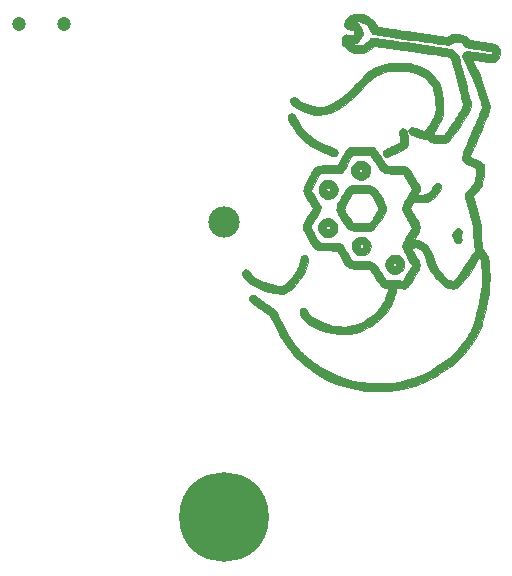
<source format=gbs>
G04 #@! TF.GenerationSoftware,KiCad,Pcbnew,5.0.0-rc2-dev-unknown-62522ee~64~ubuntu17.10.1*
G04 #@! TF.CreationDate,2018-05-05T21:53:19+02:00*
G04 #@! TF.ProjectId,gbcart,6762636172742E6B696361645F706362,rev?*
G04 #@! TF.SameCoordinates,Original*
G04 #@! TF.FileFunction,Soldermask,Bot*
G04 #@! TF.FilePolarity,Negative*
%FSLAX46Y46*%
G04 Gerber Fmt 4.6, Leading zero omitted, Abs format (unit mm)*
G04 Created by KiCad (PCBNEW 5.0.0-rc2-dev-unknown-62522ee~64~ubuntu17.10.1) date Sat May  5 21:53:19 2018*
%MOMM*%
%LPD*%
G01*
G04 APERTURE LIST*
%ADD10C,0.010000*%
%ADD11C,2.650000*%
%ADD12C,7.600000*%
%ADD13C,1.197560*%
G04 APERTURE END LIST*
D10*
G36*
X111356279Y-54499202D02*
X111195610Y-54576475D01*
X111015347Y-54727442D01*
X110884126Y-54920896D01*
X110811312Y-55141695D01*
X110802132Y-55212506D01*
X110817559Y-55433335D01*
X110895754Y-55638114D01*
X111028591Y-55815511D01*
X111207946Y-55954188D01*
X111390239Y-56032956D01*
X111528800Y-56067706D01*
X111644590Y-56074594D01*
X111774160Y-56053960D01*
X111841572Y-56037143D01*
X111981081Y-55970859D01*
X112139215Y-55842571D01*
X112166388Y-55816007D01*
X112271020Y-55703540D01*
X112335318Y-55608408D01*
X112374828Y-55504069D01*
X112392160Y-55430574D01*
X112403887Y-55264615D01*
X111753986Y-55264615D01*
X111725450Y-55348885D01*
X111656662Y-55396513D01*
X111572853Y-55398428D01*
X111505697Y-55353888D01*
X111479161Y-55277108D01*
X111484262Y-55211790D01*
X111528776Y-55144108D01*
X111600876Y-55121845D01*
X111677590Y-55140502D01*
X111735946Y-55195580D01*
X111753986Y-55264615D01*
X112403887Y-55264615D01*
X112408404Y-55200708D01*
X112364690Y-54990178D01*
X112270180Y-54805522D01*
X112134033Y-54653279D01*
X111965410Y-54539987D01*
X111773470Y-54472185D01*
X111567373Y-54456410D01*
X111356279Y-54499202D01*
X111356279Y-54499202D01*
G37*
X111356279Y-54499202D02*
X111195610Y-54576475D01*
X111015347Y-54727442D01*
X110884126Y-54920896D01*
X110811312Y-55141695D01*
X110802132Y-55212506D01*
X110817559Y-55433335D01*
X110895754Y-55638114D01*
X111028591Y-55815511D01*
X111207946Y-55954188D01*
X111390239Y-56032956D01*
X111528800Y-56067706D01*
X111644590Y-56074594D01*
X111774160Y-56053960D01*
X111841572Y-56037143D01*
X111981081Y-55970859D01*
X112139215Y-55842571D01*
X112166388Y-55816007D01*
X112271020Y-55703540D01*
X112335318Y-55608408D01*
X112374828Y-55504069D01*
X112392160Y-55430574D01*
X112403887Y-55264615D01*
X111753986Y-55264615D01*
X111725450Y-55348885D01*
X111656662Y-55396513D01*
X111572853Y-55398428D01*
X111505697Y-55353888D01*
X111479161Y-55277108D01*
X111484262Y-55211790D01*
X111528776Y-55144108D01*
X111600876Y-55121845D01*
X111677590Y-55140502D01*
X111735946Y-55195580D01*
X111753986Y-55264615D01*
X112403887Y-55264615D01*
X112408404Y-55200708D01*
X112364690Y-54990178D01*
X112270180Y-54805522D01*
X112134033Y-54653279D01*
X111965410Y-54539987D01*
X111773470Y-54472185D01*
X111567373Y-54456410D01*
X111356279Y-54499202D01*
G36*
X108607363Y-56107025D02*
X108405187Y-56200483D01*
X108240446Y-56344418D01*
X108122025Y-56529952D01*
X108058808Y-56748204D01*
X108050692Y-56859869D01*
X108074772Y-57086677D01*
X108154072Y-57277524D01*
X108275605Y-57429161D01*
X108469551Y-57575890D01*
X108689535Y-57658311D01*
X108927381Y-57674388D01*
X109119948Y-57639589D01*
X109234831Y-57581542D01*
X109361857Y-57479551D01*
X109481793Y-57353417D01*
X109575405Y-57222942D01*
X109619367Y-57125413D01*
X109649453Y-56917715D01*
X108981889Y-56917715D01*
X108959737Y-56981285D01*
X108959394Y-56981632D01*
X108894022Y-57004991D01*
X108807302Y-56994445D01*
X108737232Y-56955149D01*
X108733532Y-56950976D01*
X108704200Y-56873536D01*
X108727315Y-56799778D01*
X108785330Y-56745579D01*
X108860700Y-56726817D01*
X108935877Y-56759370D01*
X108940447Y-56763748D01*
X108974296Y-56831832D01*
X108981889Y-56917715D01*
X109649453Y-56917715D01*
X109655128Y-56878538D01*
X109622194Y-56647633D01*
X109521511Y-56436383D01*
X109406923Y-56297843D01*
X109234927Y-56164329D01*
X109040543Y-56091536D01*
X108838088Y-56072925D01*
X108607363Y-56107025D01*
X108607363Y-56107025D01*
G37*
X108607363Y-56107025D02*
X108405187Y-56200483D01*
X108240446Y-56344418D01*
X108122025Y-56529952D01*
X108058808Y-56748204D01*
X108050692Y-56859869D01*
X108074772Y-57086677D01*
X108154072Y-57277524D01*
X108275605Y-57429161D01*
X108469551Y-57575890D01*
X108689535Y-57658311D01*
X108927381Y-57674388D01*
X109119948Y-57639589D01*
X109234831Y-57581542D01*
X109361857Y-57479551D01*
X109481793Y-57353417D01*
X109575405Y-57222942D01*
X109619367Y-57125413D01*
X109649453Y-56917715D01*
X108981889Y-56917715D01*
X108959737Y-56981285D01*
X108959394Y-56981632D01*
X108894022Y-57004991D01*
X108807302Y-56994445D01*
X108737232Y-56955149D01*
X108733532Y-56950976D01*
X108704200Y-56873536D01*
X108727315Y-56799778D01*
X108785330Y-56745579D01*
X108860700Y-56726817D01*
X108935877Y-56759370D01*
X108940447Y-56763748D01*
X108974296Y-56831832D01*
X108981889Y-56917715D01*
X109649453Y-56917715D01*
X109655128Y-56878538D01*
X109622194Y-56647633D01*
X109521511Y-56436383D01*
X109406923Y-56297843D01*
X109234927Y-56164329D01*
X109040543Y-56091536D01*
X108838088Y-56072925D01*
X108607363Y-56107025D01*
G36*
X111106155Y-56513056D02*
X110920375Y-56521451D01*
X110777812Y-56537299D01*
X110669226Y-56561775D01*
X110585374Y-56596056D01*
X110517017Y-56641316D01*
X110494820Y-56660168D01*
X110443349Y-56722352D01*
X110366152Y-56836111D01*
X110269981Y-56989829D01*
X110161584Y-57171889D01*
X110047714Y-57370674D01*
X109935120Y-57574567D01*
X109830553Y-57771952D01*
X109740764Y-57951211D01*
X109723258Y-57987922D01*
X109625565Y-58229007D01*
X109572224Y-58440276D01*
X109566535Y-58485264D01*
X109559510Y-58597963D01*
X109567764Y-58689605D01*
X109597126Y-58785759D01*
X109653421Y-58911992D01*
X109673018Y-58952547D01*
X109776058Y-59146677D01*
X109902737Y-59358300D01*
X110044149Y-59574960D01*
X110191387Y-59784203D01*
X110335544Y-59973573D01*
X110467713Y-60130615D01*
X110578989Y-60242873D01*
X110618149Y-60274241D01*
X110677055Y-60307169D01*
X110756920Y-60332232D01*
X110871418Y-60352036D01*
X111034229Y-60369185D01*
X111175043Y-60380334D01*
X111400882Y-60394223D01*
X111651928Y-60405478D01*
X111892935Y-60412703D01*
X112040972Y-60414628D01*
X112219117Y-60414237D01*
X112343306Y-60409895D01*
X112430629Y-60398440D01*
X112498173Y-60376711D01*
X112563029Y-60341546D01*
X112613856Y-60308651D01*
X112759560Y-60187586D01*
X112926296Y-60005121D01*
X113110077Y-59766354D01*
X113306917Y-59476384D01*
X113468018Y-59216159D01*
X113595154Y-58995978D01*
X113687936Y-58810318D01*
X113745763Y-58646903D01*
X113768033Y-58493458D01*
X113764862Y-58457887D01*
X113103916Y-58457887D01*
X113099967Y-58502674D01*
X113084967Y-58555912D01*
X113054183Y-58626898D01*
X113002886Y-58724927D01*
X112926343Y-58859294D01*
X112819823Y-59039294D01*
X112741777Y-59169372D01*
X112630100Y-59357161D01*
X112543215Y-59498851D01*
X112468862Y-59600881D01*
X112394783Y-59669691D01*
X112308719Y-59711718D01*
X112198410Y-59733402D01*
X112051597Y-59741182D01*
X111856022Y-59741496D01*
X111654017Y-59740699D01*
X111412998Y-59740111D01*
X111233179Y-59737796D01*
X111104719Y-59732928D01*
X111017774Y-59724683D01*
X110962504Y-59712233D01*
X110929064Y-59694754D01*
X110912932Y-59678532D01*
X110857727Y-59603926D01*
X110774477Y-59485021D01*
X110673547Y-59337287D01*
X110565305Y-59176194D01*
X110460116Y-59017212D01*
X110368347Y-58875813D01*
X110300366Y-58767465D01*
X110283684Y-58739483D01*
X110186912Y-58573092D01*
X110265941Y-58384238D01*
X110311127Y-58286951D01*
X110383310Y-58143928D01*
X110474187Y-57971096D01*
X110575457Y-57784378D01*
X110628305Y-57689161D01*
X110911642Y-57182937D01*
X111612219Y-57182937D01*
X111854257Y-57183425D01*
X112035738Y-57185518D01*
X112167149Y-57190157D01*
X112258981Y-57198283D01*
X112321720Y-57210840D01*
X112365855Y-57228768D01*
X112401876Y-57253010D01*
X112403083Y-57253957D01*
X112453217Y-57310290D01*
X112527254Y-57414664D01*
X112617858Y-57554476D01*
X112717692Y-57717122D01*
X112819418Y-57889998D01*
X112915701Y-58060501D01*
X112999202Y-58216027D01*
X113062585Y-58343972D01*
X113098513Y-58431731D01*
X113103916Y-58457887D01*
X113764862Y-58457887D01*
X113754145Y-58337708D01*
X113703498Y-58167379D01*
X113615490Y-57970194D01*
X113489520Y-57733880D01*
X113386530Y-57552665D01*
X113237089Y-57298573D01*
X113111145Y-57099172D01*
X113001028Y-56945306D01*
X112899065Y-56827820D01*
X112797587Y-56737557D01*
X112688922Y-56665362D01*
X112606573Y-56621702D01*
X112539918Y-56590063D01*
X112478647Y-56566090D01*
X112411594Y-56548534D01*
X112327592Y-56536144D01*
X112215473Y-56527668D01*
X112064071Y-56521857D01*
X111862218Y-56517458D01*
X111644331Y-56513922D01*
X111344393Y-56510938D01*
X111106155Y-56513056D01*
X111106155Y-56513056D01*
G37*
X111106155Y-56513056D02*
X110920375Y-56521451D01*
X110777812Y-56537299D01*
X110669226Y-56561775D01*
X110585374Y-56596056D01*
X110517017Y-56641316D01*
X110494820Y-56660168D01*
X110443349Y-56722352D01*
X110366152Y-56836111D01*
X110269981Y-56989829D01*
X110161584Y-57171889D01*
X110047714Y-57370674D01*
X109935120Y-57574567D01*
X109830553Y-57771952D01*
X109740764Y-57951211D01*
X109723258Y-57987922D01*
X109625565Y-58229007D01*
X109572224Y-58440276D01*
X109566535Y-58485264D01*
X109559510Y-58597963D01*
X109567764Y-58689605D01*
X109597126Y-58785759D01*
X109653421Y-58911992D01*
X109673018Y-58952547D01*
X109776058Y-59146677D01*
X109902737Y-59358300D01*
X110044149Y-59574960D01*
X110191387Y-59784203D01*
X110335544Y-59973573D01*
X110467713Y-60130615D01*
X110578989Y-60242873D01*
X110618149Y-60274241D01*
X110677055Y-60307169D01*
X110756920Y-60332232D01*
X110871418Y-60352036D01*
X111034229Y-60369185D01*
X111175043Y-60380334D01*
X111400882Y-60394223D01*
X111651928Y-60405478D01*
X111892935Y-60412703D01*
X112040972Y-60414628D01*
X112219117Y-60414237D01*
X112343306Y-60409895D01*
X112430629Y-60398440D01*
X112498173Y-60376711D01*
X112563029Y-60341546D01*
X112613856Y-60308651D01*
X112759560Y-60187586D01*
X112926296Y-60005121D01*
X113110077Y-59766354D01*
X113306917Y-59476384D01*
X113468018Y-59216159D01*
X113595154Y-58995978D01*
X113687936Y-58810318D01*
X113745763Y-58646903D01*
X113768033Y-58493458D01*
X113764862Y-58457887D01*
X113103916Y-58457887D01*
X113099967Y-58502674D01*
X113084967Y-58555912D01*
X113054183Y-58626898D01*
X113002886Y-58724927D01*
X112926343Y-58859294D01*
X112819823Y-59039294D01*
X112741777Y-59169372D01*
X112630100Y-59357161D01*
X112543215Y-59498851D01*
X112468862Y-59600881D01*
X112394783Y-59669691D01*
X112308719Y-59711718D01*
X112198410Y-59733402D01*
X112051597Y-59741182D01*
X111856022Y-59741496D01*
X111654017Y-59740699D01*
X111412998Y-59740111D01*
X111233179Y-59737796D01*
X111104719Y-59732928D01*
X111017774Y-59724683D01*
X110962504Y-59712233D01*
X110929064Y-59694754D01*
X110912932Y-59678532D01*
X110857727Y-59603926D01*
X110774477Y-59485021D01*
X110673547Y-59337287D01*
X110565305Y-59176194D01*
X110460116Y-59017212D01*
X110368347Y-58875813D01*
X110300366Y-58767465D01*
X110283684Y-58739483D01*
X110186912Y-58573092D01*
X110265941Y-58384238D01*
X110311127Y-58286951D01*
X110383310Y-58143928D01*
X110474187Y-57971096D01*
X110575457Y-57784378D01*
X110628305Y-57689161D01*
X110911642Y-57182937D01*
X111612219Y-57182937D01*
X111854257Y-57183425D01*
X112035738Y-57185518D01*
X112167149Y-57190157D01*
X112258981Y-57198283D01*
X112321720Y-57210840D01*
X112365855Y-57228768D01*
X112401876Y-57253010D01*
X112403083Y-57253957D01*
X112453217Y-57310290D01*
X112527254Y-57414664D01*
X112617858Y-57554476D01*
X112717692Y-57717122D01*
X112819418Y-57889998D01*
X112915701Y-58060501D01*
X112999202Y-58216027D01*
X113062585Y-58343972D01*
X113098513Y-58431731D01*
X113103916Y-58457887D01*
X113764862Y-58457887D01*
X113754145Y-58337708D01*
X113703498Y-58167379D01*
X113615490Y-57970194D01*
X113489520Y-57733880D01*
X113386530Y-57552665D01*
X113237089Y-57298573D01*
X113111145Y-57099172D01*
X113001028Y-56945306D01*
X112899065Y-56827820D01*
X112797587Y-56737557D01*
X112688922Y-56665362D01*
X112606573Y-56621702D01*
X112539918Y-56590063D01*
X112478647Y-56566090D01*
X112411594Y-56548534D01*
X112327592Y-56536144D01*
X112215473Y-56527668D01*
X112064071Y-56521857D01*
X111862218Y-56517458D01*
X111644331Y-56513922D01*
X111344393Y-56510938D01*
X111106155Y-56513056D01*
G36*
X108525979Y-59374613D02*
X108334319Y-59485308D01*
X108176037Y-59649606D01*
X108091407Y-59793986D01*
X108035905Y-59991819D01*
X108035484Y-60207770D01*
X108086984Y-60419266D01*
X108187246Y-60603731D01*
X108208471Y-60630257D01*
X108382160Y-60783038D01*
X108590761Y-60881450D01*
X108817739Y-60919480D01*
X108972542Y-60908068D01*
X109191829Y-60838450D01*
X109368940Y-60721296D01*
X109502348Y-60567345D01*
X109590526Y-60387332D01*
X109631947Y-60191997D01*
X109630354Y-60145596D01*
X108974517Y-60145596D01*
X108927253Y-60217742D01*
X108864870Y-60266169D01*
X108807861Y-60260685D01*
X108755584Y-60227171D01*
X108702822Y-60154538D01*
X108707022Y-60075208D01*
X108761394Y-60013849D01*
X108819362Y-59995407D01*
X108919432Y-60009057D01*
X108974101Y-60065200D01*
X108974517Y-60145596D01*
X109630354Y-60145596D01*
X109625083Y-59992075D01*
X109568407Y-59798305D01*
X109460391Y-59621423D01*
X109299509Y-59472167D01*
X109186357Y-59404953D01*
X108963486Y-59330354D01*
X108739531Y-59321601D01*
X108525979Y-59374613D01*
X108525979Y-59374613D01*
G37*
X108525979Y-59374613D02*
X108334319Y-59485308D01*
X108176037Y-59649606D01*
X108091407Y-59793986D01*
X108035905Y-59991819D01*
X108035484Y-60207770D01*
X108086984Y-60419266D01*
X108187246Y-60603731D01*
X108208471Y-60630257D01*
X108382160Y-60783038D01*
X108590761Y-60881450D01*
X108817739Y-60919480D01*
X108972542Y-60908068D01*
X109191829Y-60838450D01*
X109368940Y-60721296D01*
X109502348Y-60567345D01*
X109590526Y-60387332D01*
X109631947Y-60191997D01*
X109630354Y-60145596D01*
X108974517Y-60145596D01*
X108927253Y-60217742D01*
X108864870Y-60266169D01*
X108807861Y-60260685D01*
X108755584Y-60227171D01*
X108702822Y-60154538D01*
X108707022Y-60075208D01*
X108761394Y-60013849D01*
X108819362Y-59995407D01*
X108919432Y-60009057D01*
X108974101Y-60065200D01*
X108974517Y-60145596D01*
X109630354Y-60145596D01*
X109625083Y-59992075D01*
X109568407Y-59798305D01*
X109460391Y-59621423D01*
X109299509Y-59472167D01*
X109186357Y-59404953D01*
X108963486Y-59330354D01*
X108739531Y-59321601D01*
X108525979Y-59374613D01*
G36*
X111469569Y-60893710D02*
X111271208Y-60970360D01*
X111094557Y-61101747D01*
X110982513Y-61237986D01*
X110908520Y-61400645D01*
X110870090Y-61595020D01*
X110869497Y-61793313D01*
X110909013Y-61967724D01*
X110920636Y-61994596D01*
X111046670Y-62185772D01*
X111215176Y-62332778D01*
X111412911Y-62430452D01*
X111626629Y-62473634D01*
X111843086Y-62457162D01*
X111984895Y-62409339D01*
X112185316Y-62281663D01*
X112334252Y-62112412D01*
X112427743Y-61912820D01*
X112461833Y-61694123D01*
X112459927Y-61679368D01*
X111789510Y-61679368D01*
X111763575Y-61766410D01*
X111700598Y-61809918D01*
X111622820Y-61805515D01*
X111552482Y-61748826D01*
X111539980Y-61728464D01*
X111522032Y-61634653D01*
X111566156Y-61559786D01*
X111616874Y-61533103D01*
X111704578Y-61536212D01*
X111768234Y-61594325D01*
X111789510Y-61679368D01*
X112459927Y-61679368D01*
X112432565Y-61467557D01*
X112372123Y-61310022D01*
X112243025Y-61122200D01*
X112076367Y-60986043D01*
X111884002Y-60902166D01*
X111677785Y-60871184D01*
X111469569Y-60893710D01*
X111469569Y-60893710D01*
G37*
X111469569Y-60893710D02*
X111271208Y-60970360D01*
X111094557Y-61101747D01*
X110982513Y-61237986D01*
X110908520Y-61400645D01*
X110870090Y-61595020D01*
X110869497Y-61793313D01*
X110909013Y-61967724D01*
X110920636Y-61994596D01*
X111046670Y-62185772D01*
X111215176Y-62332778D01*
X111412911Y-62430452D01*
X111626629Y-62473634D01*
X111843086Y-62457162D01*
X111984895Y-62409339D01*
X112185316Y-62281663D01*
X112334252Y-62112412D01*
X112427743Y-61912820D01*
X112461833Y-61694123D01*
X112459927Y-61679368D01*
X111789510Y-61679368D01*
X111763575Y-61766410D01*
X111700598Y-61809918D01*
X111622820Y-61805515D01*
X111552482Y-61748826D01*
X111539980Y-61728464D01*
X111522032Y-61634653D01*
X111566156Y-61559786D01*
X111616874Y-61533103D01*
X111704578Y-61536212D01*
X111768234Y-61594325D01*
X111789510Y-61679368D01*
X112459927Y-61679368D01*
X112432565Y-61467557D01*
X112372123Y-61310022D01*
X112243025Y-61122200D01*
X112076367Y-60986043D01*
X111884002Y-60902166D01*
X111677785Y-60871184D01*
X111469569Y-60893710D01*
G36*
X114323412Y-62441825D02*
X114201995Y-62474188D01*
X114104871Y-62522515D01*
X114005485Y-62602357D01*
X113938032Y-62667545D01*
X113826285Y-62790077D01*
X113757073Y-62898226D01*
X113714391Y-63017873D01*
X113709681Y-63036766D01*
X113688656Y-63267614D01*
X113732950Y-63488774D01*
X113836872Y-63688261D01*
X113994730Y-63854087D01*
X114142263Y-63947751D01*
X114360077Y-64024118D01*
X114574616Y-64031391D01*
X114795422Y-63969655D01*
X114831010Y-63953826D01*
X115020708Y-63830212D01*
X115165913Y-63663980D01*
X115261396Y-63468421D01*
X115301923Y-63256825D01*
X115297864Y-63212565D01*
X114622296Y-63212565D01*
X114616434Y-63277163D01*
X114584268Y-63344567D01*
X114520318Y-63359389D01*
X114500596Y-63357555D01*
X114415303Y-63326609D01*
X114368800Y-63284266D01*
X114351435Y-63205997D01*
X114385322Y-63138482D01*
X114450711Y-63095142D01*
X114527854Y-63089399D01*
X114594138Y-63131111D01*
X114622296Y-63212565D01*
X115297864Y-63212565D01*
X115282265Y-63042482D01*
X115239032Y-62917269D01*
X115111058Y-62714160D01*
X114939681Y-62560561D01*
X114735820Y-62462143D01*
X114510395Y-62424577D01*
X114323412Y-62441825D01*
X114323412Y-62441825D01*
G37*
X114323412Y-62441825D02*
X114201995Y-62474188D01*
X114104871Y-62522515D01*
X114005485Y-62602357D01*
X113938032Y-62667545D01*
X113826285Y-62790077D01*
X113757073Y-62898226D01*
X113714391Y-63017873D01*
X113709681Y-63036766D01*
X113688656Y-63267614D01*
X113732950Y-63488774D01*
X113836872Y-63688261D01*
X113994730Y-63854087D01*
X114142263Y-63947751D01*
X114360077Y-64024118D01*
X114574616Y-64031391D01*
X114795422Y-63969655D01*
X114831010Y-63953826D01*
X115020708Y-63830212D01*
X115165913Y-63663980D01*
X115261396Y-63468421D01*
X115301923Y-63256825D01*
X115297864Y-63212565D01*
X114622296Y-63212565D01*
X114616434Y-63277163D01*
X114584268Y-63344567D01*
X114520318Y-63359389D01*
X114500596Y-63357555D01*
X114415303Y-63326609D01*
X114368800Y-63284266D01*
X114351435Y-63205997D01*
X114385322Y-63138482D01*
X114450711Y-63095142D01*
X114527854Y-63089399D01*
X114594138Y-63131111D01*
X114622296Y-63212565D01*
X115297864Y-63212565D01*
X115282265Y-63042482D01*
X115239032Y-62917269D01*
X115111058Y-62714160D01*
X114939681Y-62560561D01*
X114735820Y-62462143D01*
X114510395Y-62424577D01*
X114323412Y-62441825D01*
G36*
X105641904Y-50462025D02*
X105535140Y-50535370D01*
X105457731Y-50634019D01*
X105430629Y-50730896D01*
X105454350Y-50885845D01*
X105521392Y-51080446D01*
X105625574Y-51303385D01*
X105760714Y-51543350D01*
X105920630Y-51789027D01*
X106099141Y-52029103D01*
X106218040Y-52172006D01*
X106512766Y-52488502D01*
X106819144Y-52771906D01*
X107147114Y-53028798D01*
X107506615Y-53265759D01*
X107907586Y-53489366D01*
X108359966Y-53706201D01*
X108846369Y-53911901D01*
X109045411Y-53990443D01*
X109191671Y-54043497D01*
X109297623Y-54073672D01*
X109375743Y-54083580D01*
X109438503Y-54075831D01*
X109498379Y-54053035D01*
X109505196Y-54049783D01*
X109573157Y-53992584D01*
X109634575Y-53903502D01*
X109639447Y-53893661D01*
X109673966Y-53804105D01*
X109672094Y-53730297D01*
X109644001Y-53651678D01*
X109615875Y-53595496D01*
X109576631Y-53546337D01*
X109516822Y-53498642D01*
X109427000Y-53446853D01*
X109297718Y-53385412D01*
X109119529Y-53308762D01*
X108924041Y-53228104D01*
X108399081Y-52996091D01*
X107937399Y-52753525D01*
X107531413Y-52495046D01*
X107173539Y-52215296D01*
X106856197Y-51908913D01*
X106571805Y-51570539D01*
X106563170Y-51559131D01*
X106465550Y-51420407D01*
X106364100Y-51260529D01*
X106266653Y-51093803D01*
X106181044Y-50934535D01*
X106115105Y-50797031D01*
X106076672Y-50695598D01*
X106070070Y-50658632D01*
X106039480Y-50587645D01*
X105962979Y-50515463D01*
X105863473Y-50458565D01*
X105763867Y-50433432D01*
X105756861Y-50433287D01*
X105641904Y-50462025D01*
X105641904Y-50462025D01*
G37*
X105641904Y-50462025D02*
X105535140Y-50535370D01*
X105457731Y-50634019D01*
X105430629Y-50730896D01*
X105454350Y-50885845D01*
X105521392Y-51080446D01*
X105625574Y-51303385D01*
X105760714Y-51543350D01*
X105920630Y-51789027D01*
X106099141Y-52029103D01*
X106218040Y-52172006D01*
X106512766Y-52488502D01*
X106819144Y-52771906D01*
X107147114Y-53028798D01*
X107506615Y-53265759D01*
X107907586Y-53489366D01*
X108359966Y-53706201D01*
X108846369Y-53911901D01*
X109045411Y-53990443D01*
X109191671Y-54043497D01*
X109297623Y-54073672D01*
X109375743Y-54083580D01*
X109438503Y-54075831D01*
X109498379Y-54053035D01*
X109505196Y-54049783D01*
X109573157Y-53992584D01*
X109634575Y-53903502D01*
X109639447Y-53893661D01*
X109673966Y-53804105D01*
X109672094Y-53730297D01*
X109644001Y-53651678D01*
X109615875Y-53595496D01*
X109576631Y-53546337D01*
X109516822Y-53498642D01*
X109427000Y-53446853D01*
X109297718Y-53385412D01*
X109119529Y-53308762D01*
X108924041Y-53228104D01*
X108399081Y-52996091D01*
X107937399Y-52753525D01*
X107531413Y-52495046D01*
X107173539Y-52215296D01*
X106856197Y-51908913D01*
X106571805Y-51570539D01*
X106563170Y-51559131D01*
X106465550Y-51420407D01*
X106364100Y-51260529D01*
X106266653Y-51093803D01*
X106181044Y-50934535D01*
X106115105Y-50797031D01*
X106076672Y-50695598D01*
X106070070Y-50658632D01*
X106039480Y-50587645D01*
X105962979Y-50515463D01*
X105863473Y-50458565D01*
X105763867Y-50433432D01*
X105756861Y-50433287D01*
X105641904Y-50462025D01*
G36*
X115034654Y-51750751D02*
X114948456Y-51816009D01*
X114881075Y-51899134D01*
X114850908Y-51987900D01*
X114855624Y-52101688D01*
X114892890Y-52259875D01*
X114894407Y-52265231D01*
X114952556Y-52499857D01*
X114977274Y-52679362D01*
X114969526Y-52810795D01*
X114969264Y-52812000D01*
X114956420Y-52847817D01*
X114928966Y-52882927D01*
X114878611Y-52922215D01*
X114797063Y-52970564D01*
X114676034Y-53032860D01*
X114507231Y-53113986D01*
X114282365Y-53218827D01*
X114265487Y-53226636D01*
X114036675Y-53333136D01*
X113863784Y-53415893D01*
X113737899Y-53480222D01*
X113650105Y-53531437D01*
X113591487Y-53574851D01*
X113553131Y-53615777D01*
X113526121Y-53659530D01*
X113520522Y-53670662D01*
X113481235Y-53807130D01*
X113508141Y-53930646D01*
X113603463Y-54051203D01*
X113605781Y-54053372D01*
X113721629Y-54114640D01*
X113868613Y-54116822D01*
X114027552Y-54064728D01*
X114375043Y-53900721D01*
X114663925Y-53762959D01*
X114900002Y-53647696D01*
X115089076Y-53551189D01*
X115236949Y-53469694D01*
X115349424Y-53399469D01*
X115432303Y-53336768D01*
X115491390Y-53277848D01*
X115532485Y-53218966D01*
X115561392Y-53156377D01*
X115583913Y-53086339D01*
X115592541Y-53054998D01*
X115623639Y-52849966D01*
X115622676Y-52605344D01*
X115591792Y-52343814D01*
X115533127Y-52088062D01*
X115488768Y-51955370D01*
X115407027Y-51818962D01*
X115294768Y-51736984D01*
X115165980Y-51713044D01*
X115034654Y-51750751D01*
X115034654Y-51750751D01*
G37*
X115034654Y-51750751D02*
X114948456Y-51816009D01*
X114881075Y-51899134D01*
X114850908Y-51987900D01*
X114855624Y-52101688D01*
X114892890Y-52259875D01*
X114894407Y-52265231D01*
X114952556Y-52499857D01*
X114977274Y-52679362D01*
X114969526Y-52810795D01*
X114969264Y-52812000D01*
X114956420Y-52847817D01*
X114928966Y-52882927D01*
X114878611Y-52922215D01*
X114797063Y-52970564D01*
X114676034Y-53032860D01*
X114507231Y-53113986D01*
X114282365Y-53218827D01*
X114265487Y-53226636D01*
X114036675Y-53333136D01*
X113863784Y-53415893D01*
X113737899Y-53480222D01*
X113650105Y-53531437D01*
X113591487Y-53574851D01*
X113553131Y-53615777D01*
X113526121Y-53659530D01*
X113520522Y-53670662D01*
X113481235Y-53807130D01*
X113508141Y-53930646D01*
X113603463Y-54051203D01*
X113605781Y-54053372D01*
X113721629Y-54114640D01*
X113868613Y-54116822D01*
X114027552Y-54064728D01*
X114375043Y-53900721D01*
X114663925Y-53762959D01*
X114900002Y-53647696D01*
X115089076Y-53551189D01*
X115236949Y-53469694D01*
X115349424Y-53399469D01*
X115432303Y-53336768D01*
X115491390Y-53277848D01*
X115532485Y-53218966D01*
X115561392Y-53156377D01*
X115583913Y-53086339D01*
X115592541Y-53054998D01*
X115623639Y-52849966D01*
X115622676Y-52605344D01*
X115591792Y-52343814D01*
X115533127Y-52088062D01*
X115488768Y-51955370D01*
X115407027Y-51818962D01*
X115294768Y-51736984D01*
X115165980Y-51713044D01*
X115034654Y-51750751D01*
G36*
X119697520Y-60199804D02*
X119578717Y-60287566D01*
X119478061Y-60414269D01*
X119406417Y-60563905D01*
X119374651Y-60720466D01*
X119380743Y-60819464D01*
X119414172Y-60940071D01*
X119468040Y-61077781D01*
X119532659Y-61212910D01*
X119598344Y-61325775D01*
X119655408Y-61396691D01*
X119669918Y-61407125D01*
X119796406Y-61442558D01*
X119931634Y-61432192D01*
X120018388Y-61394002D01*
X120117310Y-61287642D01*
X120154064Y-61149532D01*
X120129120Y-60977619D01*
X120120193Y-60949112D01*
X120086618Y-60836917D01*
X120078562Y-60758729D01*
X120095615Y-60682405D01*
X120116099Y-60628201D01*
X120144213Y-60479075D01*
X120113119Y-60344750D01*
X120031851Y-60239473D01*
X119909446Y-60177491D01*
X119823605Y-60166993D01*
X119697520Y-60199804D01*
X119697520Y-60199804D01*
G37*
X119697520Y-60199804D02*
X119578717Y-60287566D01*
X119478061Y-60414269D01*
X119406417Y-60563905D01*
X119374651Y-60720466D01*
X119380743Y-60819464D01*
X119414172Y-60940071D01*
X119468040Y-61077781D01*
X119532659Y-61212910D01*
X119598344Y-61325775D01*
X119655408Y-61396691D01*
X119669918Y-61407125D01*
X119796406Y-61442558D01*
X119931634Y-61432192D01*
X120018388Y-61394002D01*
X120117310Y-61287642D01*
X120154064Y-61149532D01*
X120129120Y-60977619D01*
X120120193Y-60949112D01*
X120086618Y-60836917D01*
X120078562Y-60758729D01*
X120095615Y-60682405D01*
X120116099Y-60628201D01*
X120144213Y-60479075D01*
X120113119Y-60344750D01*
X120031851Y-60239473D01*
X119909446Y-60177491D01*
X119823605Y-60166993D01*
X119697520Y-60199804D01*
G36*
X106786687Y-62453328D02*
X106666931Y-62487558D01*
X106584462Y-62552409D01*
X106531180Y-62659813D01*
X106498986Y-62821703D01*
X106491727Y-62887889D01*
X106466242Y-63064642D01*
X106420556Y-63227958D01*
X106345201Y-63409691D01*
X106322132Y-63458582D01*
X106186241Y-63714716D01*
X106024584Y-63975319D01*
X105845907Y-64229533D01*
X105658953Y-64466501D01*
X105472469Y-64675364D01*
X105295200Y-64845265D01*
X105135891Y-64965345D01*
X105085681Y-64993752D01*
X104972802Y-65039983D01*
X104853856Y-65062247D01*
X104712726Y-65060660D01*
X104533295Y-65035337D01*
X104355580Y-64999006D01*
X103779228Y-64838940D01*
X103200577Y-64614290D01*
X102997203Y-64519933D01*
X102702022Y-64362221D01*
X102475793Y-64207978D01*
X102316594Y-64055671D01*
X102222504Y-63903766D01*
X102221273Y-63900722D01*
X102135683Y-63758467D01*
X102022582Y-63672012D01*
X101894494Y-63644537D01*
X101763943Y-63679218D01*
X101661525Y-63758722D01*
X101587436Y-63860318D01*
X101563370Y-63964583D01*
X101588208Y-64090196D01*
X101634920Y-64202595D01*
X101761098Y-64400564D01*
X101949194Y-64599150D01*
X102190255Y-64794016D01*
X102475322Y-64980823D01*
X102795439Y-65155235D01*
X103141650Y-65312912D01*
X103505000Y-65449519D01*
X103876530Y-65560717D01*
X104247285Y-65642168D01*
X104608309Y-65689535D01*
X104720140Y-65696777D01*
X104897428Y-65704361D01*
X105021693Y-65705649D01*
X105110859Y-65698175D01*
X105182848Y-65679479D01*
X105255582Y-65647095D01*
X105316929Y-65614753D01*
X105473463Y-65522013D01*
X105622567Y-65413501D01*
X105777676Y-65277791D01*
X105952225Y-65103458D01*
X106083652Y-64962729D01*
X106415002Y-64563295D01*
X106697864Y-64137239D01*
X106869301Y-63823510D01*
X107004369Y-63529470D01*
X107092448Y-63269004D01*
X107138033Y-63026725D01*
X107146995Y-62872855D01*
X107145492Y-62745427D01*
X107132323Y-62664447D01*
X107098982Y-62605385D01*
X107036965Y-62543710D01*
X107031026Y-62538389D01*
X106943001Y-62470793D01*
X106866238Y-62447348D01*
X106786687Y-62453328D01*
X106786687Y-62453328D01*
G37*
X106786687Y-62453328D02*
X106666931Y-62487558D01*
X106584462Y-62552409D01*
X106531180Y-62659813D01*
X106498986Y-62821703D01*
X106491727Y-62887889D01*
X106466242Y-63064642D01*
X106420556Y-63227958D01*
X106345201Y-63409691D01*
X106322132Y-63458582D01*
X106186241Y-63714716D01*
X106024584Y-63975319D01*
X105845907Y-64229533D01*
X105658953Y-64466501D01*
X105472469Y-64675364D01*
X105295200Y-64845265D01*
X105135891Y-64965345D01*
X105085681Y-64993752D01*
X104972802Y-65039983D01*
X104853856Y-65062247D01*
X104712726Y-65060660D01*
X104533295Y-65035337D01*
X104355580Y-64999006D01*
X103779228Y-64838940D01*
X103200577Y-64614290D01*
X102997203Y-64519933D01*
X102702022Y-64362221D01*
X102475793Y-64207978D01*
X102316594Y-64055671D01*
X102222504Y-63903766D01*
X102221273Y-63900722D01*
X102135683Y-63758467D01*
X102022582Y-63672012D01*
X101894494Y-63644537D01*
X101763943Y-63679218D01*
X101661525Y-63758722D01*
X101587436Y-63860318D01*
X101563370Y-63964583D01*
X101588208Y-64090196D01*
X101634920Y-64202595D01*
X101761098Y-64400564D01*
X101949194Y-64599150D01*
X102190255Y-64794016D01*
X102475322Y-64980823D01*
X102795439Y-65155235D01*
X103141650Y-65312912D01*
X103505000Y-65449519D01*
X103876530Y-65560717D01*
X104247285Y-65642168D01*
X104608309Y-65689535D01*
X104720140Y-65696777D01*
X104897428Y-65704361D01*
X105021693Y-65705649D01*
X105110859Y-65698175D01*
X105182848Y-65679479D01*
X105255582Y-65647095D01*
X105316929Y-65614753D01*
X105473463Y-65522013D01*
X105622567Y-65413501D01*
X105777676Y-65277791D01*
X105952225Y-65103458D01*
X106083652Y-64962729D01*
X106415002Y-64563295D01*
X106697864Y-64137239D01*
X106869301Y-63823510D01*
X107004369Y-63529470D01*
X107092448Y-63269004D01*
X107138033Y-63026725D01*
X107146995Y-62872855D01*
X107145492Y-62745427D01*
X107132323Y-62664447D01*
X107098982Y-62605385D01*
X107036965Y-62543710D01*
X107031026Y-62538389D01*
X106943001Y-62470793D01*
X106866238Y-62447348D01*
X106786687Y-62453328D01*
G36*
X111077849Y-42034788D02*
X110772632Y-42128853D01*
X110530537Y-42258658D01*
X110408384Y-42377020D01*
X110310951Y-42544164D01*
X110247765Y-42739465D01*
X110228089Y-42913315D01*
X110237057Y-43060657D01*
X110273945Y-43167614D01*
X110348776Y-43242989D01*
X110471576Y-43295583D01*
X110652369Y-43334201D01*
X110718906Y-43344304D01*
X110853290Y-43365028D01*
X110935249Y-43386043D01*
X110982787Y-43417025D01*
X111013906Y-43467652D01*
X111032804Y-43513039D01*
X111063624Y-43603734D01*
X111061547Y-43664547D01*
X111024603Y-43729560D01*
X111019912Y-43736204D01*
X110961102Y-43798783D01*
X110889430Y-43815760D01*
X110830349Y-43810288D01*
X110630323Y-43782406D01*
X110487166Y-43765769D01*
X110387457Y-43761292D01*
X110317771Y-43769889D01*
X110264685Y-43792476D01*
X110214775Y-43829967D01*
X110187361Y-43854099D01*
X110066573Y-43962042D01*
X110067368Y-44319633D01*
X110068162Y-44677223D01*
X110244990Y-44857427D01*
X110503781Y-45073591D01*
X110790112Y-45228643D01*
X111095114Y-45322483D01*
X111409920Y-45355012D01*
X111725661Y-45326129D01*
X112033470Y-45235735D01*
X112324478Y-45083728D01*
X112575680Y-44883715D01*
X112756345Y-44710494D01*
X115869781Y-45158530D01*
X116466488Y-45244752D01*
X116995198Y-45321921D01*
X117458335Y-45390419D01*
X117858321Y-45450630D01*
X118197580Y-45502937D01*
X118478534Y-45547723D01*
X118703606Y-45585372D01*
X118875220Y-45616267D01*
X118995798Y-45640791D01*
X119067763Y-45659327D01*
X119088533Y-45667686D01*
X119180681Y-45742539D01*
X119258330Y-45839274D01*
X119260502Y-45842933D01*
X119282333Y-45899634D01*
X119319168Y-46018093D01*
X119369037Y-46191075D01*
X119429969Y-46411347D01*
X119499995Y-46671674D01*
X119577145Y-46964823D01*
X119659448Y-47283560D01*
X119744936Y-47620651D01*
X119748707Y-47635662D01*
X119834742Y-47977668D01*
X119917439Y-48305304D01*
X119994811Y-48610768D01*
X120064868Y-48886255D01*
X120125621Y-49123963D01*
X120175081Y-49316088D01*
X120211259Y-49454826D01*
X120232057Y-49531987D01*
X120293854Y-49749707D01*
X120180264Y-49980441D01*
X120136091Y-50060275D01*
X120060473Y-50186032D01*
X119958838Y-50349447D01*
X119836613Y-50542255D01*
X119699227Y-50756189D01*
X119552107Y-50982984D01*
X119400682Y-51214375D01*
X119250378Y-51442096D01*
X119106625Y-51657881D01*
X118974849Y-51853464D01*
X118860478Y-52020580D01*
X118768941Y-52150964D01*
X118705666Y-52236349D01*
X118678826Y-52266873D01*
X118620891Y-52284577D01*
X118511891Y-52297341D01*
X118371653Y-52304892D01*
X118220006Y-52306960D01*
X118076781Y-52303273D01*
X117961805Y-52293560D01*
X117895016Y-52277605D01*
X117849784Y-52223376D01*
X117820547Y-52134587D01*
X117820034Y-52131244D01*
X117818357Y-52065246D01*
X117838277Y-51994514D01*
X117886882Y-51903236D01*
X117971262Y-51775600D01*
X117994264Y-51742591D01*
X118178968Y-51449842D01*
X118339964Y-51137509D01*
X118467627Y-50826684D01*
X118552326Y-50538456D01*
X118559560Y-50504336D01*
X118602712Y-50163331D01*
X118606702Y-49763846D01*
X118571586Y-49306648D01*
X118497418Y-48792502D01*
X118398685Y-48287980D01*
X118355898Y-48107718D01*
X118312097Y-47972467D01*
X118256758Y-47856830D01*
X118179357Y-47735409D01*
X118155790Y-47701826D01*
X118061568Y-47580145D01*
X117933728Y-47429975D01*
X117790172Y-47271757D01*
X117669071Y-47146116D01*
X117510482Y-46992336D01*
X117375181Y-46876285D01*
X117240758Y-46781292D01*
X117084802Y-46690684D01*
X116989906Y-46640870D01*
X116577352Y-46448763D01*
X116178898Y-46306666D01*
X115777202Y-46210874D01*
X115354922Y-46157678D01*
X114894716Y-46143372D01*
X114684755Y-46148112D01*
X114129456Y-46191114D01*
X113624652Y-46279450D01*
X113164401Y-46415293D01*
X112742763Y-46600819D01*
X112353795Y-46838200D01*
X111991556Y-47129610D01*
X111984572Y-47135977D01*
X111897963Y-47218871D01*
X111773619Y-47342967D01*
X111622156Y-47497410D01*
X111454193Y-47671344D01*
X111280347Y-47853916D01*
X111226469Y-47911049D01*
X111043379Y-48103614D01*
X110853609Y-48299574D01*
X110670265Y-48485653D01*
X110506451Y-48648572D01*
X110375271Y-48775054D01*
X110355377Y-48793630D01*
X109953542Y-49132351D01*
X109545343Y-49410798D01*
X109134552Y-49627781D01*
X108724942Y-49782112D01*
X108320285Y-49872600D01*
X107924352Y-49898058D01*
X107540915Y-49857296D01*
X107242377Y-49775025D01*
X107031706Y-49688441D01*
X106800313Y-49574787D01*
X106569747Y-49446151D01*
X106361559Y-49314622D01*
X106197302Y-49192290D01*
X106185336Y-49182081D01*
X106086608Y-49102203D01*
X106014050Y-49063162D01*
X105944055Y-49055095D01*
X105894987Y-49060776D01*
X105757760Y-49113533D01*
X105661939Y-49211026D01*
X105614197Y-49336396D01*
X105621206Y-49472780D01*
X105683351Y-49595543D01*
X105795586Y-49708531D01*
X105961238Y-49836511D01*
X106166461Y-49971590D01*
X106397409Y-50105874D01*
X106640235Y-50231472D01*
X106881094Y-50340490D01*
X107106140Y-50425036D01*
X107176847Y-50446878D01*
X107623171Y-50540553D01*
X108070623Y-50563831D01*
X108521437Y-50516645D01*
X108977846Y-50398927D01*
X109000839Y-50391193D01*
X109286958Y-50284702D01*
X109557981Y-50163048D01*
X109820845Y-50021027D01*
X110082489Y-49853435D01*
X110349851Y-49655070D01*
X110629870Y-49420727D01*
X110929483Y-49145203D01*
X111255629Y-48823293D01*
X111615247Y-48449795D01*
X111677475Y-48383708D01*
X111927320Y-48119957D01*
X112138213Y-47903233D01*
X112317730Y-47726864D01*
X112473444Y-47584181D01*
X112612930Y-47468513D01*
X112743761Y-47373191D01*
X112873513Y-47291544D01*
X112991860Y-47226210D01*
X113307009Y-47076677D01*
X113617394Y-46963812D01*
X113937829Y-46884680D01*
X114283124Y-46836345D01*
X114668091Y-46815871D01*
X115048955Y-46818499D01*
X115285368Y-46826581D01*
X115467959Y-46836953D01*
X115613953Y-46851744D01*
X115740578Y-46873080D01*
X115865059Y-46903089D01*
X115963636Y-46931442D01*
X116218367Y-47018972D01*
X116476814Y-47127302D01*
X116720671Y-47247420D01*
X116931630Y-47370310D01*
X117090622Y-47486304D01*
X117195890Y-47586122D01*
X117313041Y-47711823D01*
X117431942Y-47850630D01*
X117542457Y-47989768D01*
X117634453Y-48116459D01*
X117697793Y-48217928D01*
X117722343Y-48281399D01*
X117722375Y-48282706D01*
X117730808Y-48350223D01*
X117752932Y-48464559D01*
X117784405Y-48603808D01*
X117793065Y-48639301D01*
X117827595Y-48802989D01*
X117861289Y-49005812D01*
X117892399Y-49231517D01*
X117919178Y-49463852D01*
X117939878Y-49686567D01*
X117952751Y-49883409D01*
X117956049Y-50038127D01*
X117951611Y-50113567D01*
X117894743Y-50433523D01*
X117808099Y-50714975D01*
X117754780Y-50842393D01*
X117675077Y-50998482D01*
X117568273Y-51180555D01*
X117446242Y-51370819D01*
X117320860Y-51551479D01*
X117204002Y-51704741D01*
X117107543Y-51812811D01*
X117106480Y-51813835D01*
X116982261Y-51933265D01*
X116490669Y-51769430D01*
X116311425Y-51711001D01*
X116152920Y-51661772D01*
X116028891Y-51625827D01*
X115953072Y-51607250D01*
X115939676Y-51605595D01*
X115859898Y-51633076D01*
X115769709Y-51700920D01*
X115692926Y-51787228D01*
X115653631Y-51868639D01*
X115661414Y-52004496D01*
X115729083Y-52130983D01*
X115846081Y-52229469D01*
X115863374Y-52238745D01*
X116012137Y-52304548D01*
X116201332Y-52374363D01*
X116411676Y-52442489D01*
X116623882Y-52503226D01*
X116818669Y-52550872D01*
X116976750Y-52579727D01*
X117035742Y-52585315D01*
X117163459Y-52595067D01*
X117249259Y-52618010D01*
X117322266Y-52666201D01*
X117393360Y-52733361D01*
X117517810Y-52834488D01*
X117665117Y-52906089D01*
X117846700Y-52950975D01*
X118073978Y-52971954D01*
X118358370Y-52971837D01*
X118362015Y-52971724D01*
X118588297Y-52960693D01*
X118759204Y-52939586D01*
X118890314Y-52902048D01*
X118997204Y-52841723D01*
X119095449Y-52752255D01*
X119198001Y-52630628D01*
X119360604Y-52418254D01*
X119537646Y-52176636D01*
X119723548Y-51914307D01*
X119912731Y-51639799D01*
X120099614Y-51361644D01*
X120278620Y-51088373D01*
X120444169Y-50828520D01*
X120590682Y-50590617D01*
X120712579Y-50383195D01*
X120804282Y-50214787D01*
X120860212Y-50093925D01*
X120864712Y-50081730D01*
X120916822Y-49832902D01*
X120911110Y-49552398D01*
X120847896Y-49249378D01*
X120834007Y-49204209D01*
X120806325Y-49109768D01*
X120763994Y-48954838D01*
X120709219Y-48747954D01*
X120644203Y-48497648D01*
X120571151Y-48212454D01*
X120492267Y-47900905D01*
X120409755Y-47571534D01*
X120347936Y-47322472D01*
X120266015Y-46993490D01*
X120187503Y-46682777D01*
X120114357Y-46397759D01*
X120048534Y-46145861D01*
X119991994Y-45934511D01*
X119946693Y-45771133D01*
X119914590Y-45663155D01*
X119899297Y-45620780D01*
X119768826Y-45421014D01*
X119591172Y-45230362D01*
X119421069Y-45094679D01*
X119231888Y-44965828D01*
X115981398Y-44502297D01*
X115506320Y-44434757D01*
X115049220Y-44370175D01*
X114615270Y-44309260D01*
X114209645Y-44252720D01*
X113837517Y-44201262D01*
X113504059Y-44155595D01*
X113214443Y-44116426D01*
X112973843Y-44084464D01*
X112787431Y-44060416D01*
X112660381Y-44044990D01*
X112597864Y-44038895D01*
X112594959Y-44038824D01*
X112534068Y-44040730D01*
X112483716Y-44052153D01*
X112432403Y-44081736D01*
X112368631Y-44138122D01*
X112280900Y-44229957D01*
X112157713Y-44365883D01*
X112153195Y-44370903D01*
X111988649Y-44516806D01*
X111797492Y-44611735D01*
X111565032Y-44662109D01*
X111466710Y-44670673D01*
X111312819Y-44675902D01*
X111200902Y-44666727D01*
X111102614Y-44638899D01*
X111022654Y-44604115D01*
X110848112Y-44521452D01*
X110990210Y-44510488D01*
X111103249Y-44498966D01*
X111197767Y-44484782D01*
X111206712Y-44482937D01*
X110830349Y-44482937D01*
X110812587Y-44500699D01*
X110794825Y-44482937D01*
X110812587Y-44465175D01*
X110830349Y-44482937D01*
X111206712Y-44482937D01*
X111209442Y-44482374D01*
X111265458Y-44445492D01*
X111347350Y-44362017D01*
X111444525Y-44246334D01*
X111546390Y-44112825D01*
X111642353Y-43975873D01*
X111721820Y-43849862D01*
X111774197Y-43749174D01*
X111789510Y-43694773D01*
X111775006Y-43620286D01*
X111736522Y-43500452D01*
X111681598Y-43353601D01*
X111617775Y-43198059D01*
X111552595Y-43052156D01*
X111493598Y-42934218D01*
X111448326Y-42862573D01*
X111446014Y-42859928D01*
X111374664Y-42808985D01*
X111270516Y-42763171D01*
X111242121Y-42754316D01*
X111155079Y-42727967D01*
X111129793Y-42711036D01*
X111159233Y-42695148D01*
X111185594Y-42686958D01*
X111395838Y-42658521D01*
X111621395Y-42685431D01*
X111843845Y-42760508D01*
X112044766Y-42876569D01*
X112205737Y-43026432D01*
X112262532Y-43106801D01*
X112320392Y-43217368D01*
X112381837Y-43355269D01*
X112411189Y-43430171D01*
X112467512Y-43552035D01*
X112533516Y-43650173D01*
X112571049Y-43686431D01*
X112602805Y-43700052D01*
X112666156Y-43717077D01*
X112764635Y-43738061D01*
X112901773Y-43763561D01*
X113081101Y-43794133D01*
X113306152Y-43830332D01*
X113580456Y-43872714D01*
X113907546Y-43921835D01*
X114290954Y-43978251D01*
X114734210Y-44042518D01*
X115240846Y-44115192D01*
X115808428Y-44195982D01*
X116275239Y-44262059D01*
X116723514Y-44325188D01*
X117148049Y-44384653D01*
X117543639Y-44439741D01*
X117905080Y-44489737D01*
X118227167Y-44533927D01*
X118504696Y-44571596D01*
X118732461Y-44602031D01*
X118905258Y-44624517D01*
X119017883Y-44638340D01*
X119064438Y-44642797D01*
X119184787Y-44610145D01*
X119320699Y-44518462D01*
X119416521Y-44445626D01*
X119499811Y-44408413D01*
X119603625Y-44395276D01*
X119676595Y-44394126D01*
X119831945Y-44402015D01*
X119993366Y-44422066D01*
X120063200Y-44435566D01*
X120173938Y-44466868D01*
X120236190Y-44505551D01*
X120272026Y-44567351D01*
X120280088Y-44590203D01*
X120303464Y-44656376D01*
X120330413Y-44710841D01*
X120368266Y-44755973D01*
X120424355Y-44794146D01*
X120506010Y-44827736D01*
X120620562Y-44859118D01*
X120775343Y-44890667D01*
X120977683Y-44924759D01*
X121234914Y-44963769D01*
X121554366Y-45010071D01*
X121593277Y-45015662D01*
X121867036Y-45054840D01*
X122118538Y-45090543D01*
X122339071Y-45121557D01*
X122519924Y-45146670D01*
X122652387Y-45164666D01*
X122727748Y-45174333D01*
X122741451Y-45175664D01*
X122755178Y-45205685D01*
X122756660Y-45276695D01*
X122748091Y-45360119D01*
X122731664Y-45427380D01*
X122720657Y-45446569D01*
X122683415Y-45445187D01*
X122584919Y-45434609D01*
X122434203Y-45415998D01*
X122240303Y-45390514D01*
X122012253Y-45359320D01*
X121759089Y-45323575D01*
X121719085Y-45317832D01*
X121454390Y-45280498D01*
X121205704Y-45246831D01*
X120983756Y-45218173D01*
X120799273Y-45195867D01*
X120662983Y-45181256D01*
X120585615Y-45175682D01*
X120583149Y-45175664D01*
X120430947Y-45207644D01*
X120310710Y-45295882D01*
X120233195Y-45428829D01*
X120208847Y-45577627D01*
X120223673Y-45633305D01*
X120264875Y-45741217D01*
X120327572Y-45889793D01*
X120406885Y-46067462D01*
X120496271Y-46259161D01*
X120735662Y-46768413D01*
X120943987Y-47225930D01*
X121125223Y-47641783D01*
X121283343Y-48026044D01*
X121422322Y-48388787D01*
X121546135Y-48740082D01*
X121658756Y-49090002D01*
X121764159Y-49448619D01*
X121786607Y-49529078D01*
X121827823Y-49682952D01*
X121850516Y-49790520D01*
X121856173Y-49873646D01*
X121846280Y-49954198D01*
X121822324Y-50054041D01*
X121822296Y-50054147D01*
X121780396Y-50188251D01*
X121719269Y-50352843D01*
X121651314Y-50514789D01*
X121643477Y-50532063D01*
X121590721Y-50651603D01*
X121518364Y-50821755D01*
X121432852Y-51027028D01*
X121340635Y-51251935D01*
X121248160Y-51480984D01*
X121240945Y-51499021D01*
X121064152Y-51934358D01*
X120890700Y-52348092D01*
X120725383Y-52729194D01*
X120572998Y-53066633D01*
X120438342Y-53349379D01*
X120422252Y-53381818D01*
X120350922Y-53547958D01*
X120288368Y-53736347D01*
X120238324Y-53929914D01*
X120204523Y-54111592D01*
X120190696Y-54264313D01*
X120200576Y-54371007D01*
X120203821Y-54380671D01*
X120233330Y-54441119D01*
X120278348Y-54496370D01*
X120348314Y-54552684D01*
X120452671Y-54616324D01*
X120600857Y-54693549D01*
X120802315Y-54790622D01*
X120869625Y-54822244D01*
X121363356Y-55053365D01*
X121356670Y-55419307D01*
X121340211Y-55702982D01*
X121303434Y-55968146D01*
X121249499Y-56197635D01*
X121181562Y-56374288D01*
X121180600Y-56376161D01*
X121134603Y-56443046D01*
X121049321Y-56547208D01*
X120935830Y-56675808D01*
X120805206Y-56816005D01*
X120767046Y-56855614D01*
X120412282Y-57221019D01*
X120432781Y-57406244D01*
X120448465Y-57493350D01*
X120481223Y-57636229D01*
X120527911Y-57822541D01*
X120585385Y-58039947D01*
X120650502Y-58276108D01*
X120688150Y-58408532D01*
X120793832Y-58777003D01*
X120881496Y-59086447D01*
X120952928Y-59346070D01*
X121009912Y-59565079D01*
X121054232Y-59752680D01*
X121087674Y-59918080D01*
X121112023Y-60070484D01*
X121129063Y-60219099D01*
X121140579Y-60373132D01*
X121148356Y-60541790D01*
X121154178Y-60734277D01*
X121156464Y-60824196D01*
X121167375Y-61152598D01*
X121182008Y-61410603D01*
X121200352Y-61598031D01*
X121222391Y-61714703D01*
X121224785Y-61722430D01*
X121258623Y-61858160D01*
X121273968Y-61990002D01*
X121270949Y-62100731D01*
X121249696Y-62173117D01*
X121221259Y-62191888D01*
X121182116Y-62199858D01*
X121138844Y-62228354D01*
X121086356Y-62284256D01*
X121019569Y-62374444D01*
X120933398Y-62505796D01*
X120822758Y-62685194D01*
X120682564Y-62919515D01*
X120678857Y-62925764D01*
X120441870Y-63317703D01*
X120220153Y-63669063D01*
X120017598Y-63973985D01*
X119838097Y-64226612D01*
X119685572Y-64421049D01*
X119599530Y-64519746D01*
X119535819Y-64575548D01*
X119471925Y-64600669D01*
X119385335Y-64607325D01*
X119341805Y-64607553D01*
X119181170Y-64586462D01*
X119024095Y-64519214D01*
X118860943Y-64399849D01*
X118682072Y-64222404D01*
X118636376Y-64171245D01*
X118386625Y-63873240D01*
X118186388Y-63602049D01*
X118027387Y-63343160D01*
X117901341Y-63082061D01*
X117799970Y-62804242D01*
X117742556Y-62604652D01*
X117639478Y-62278435D01*
X117511653Y-62002550D01*
X117348966Y-61757804D01*
X117212184Y-61598213D01*
X116968454Y-61382256D01*
X116702138Y-61229961D01*
X116418750Y-61144287D01*
X116346196Y-61133661D01*
X116128372Y-61108392D01*
X116360297Y-60705475D01*
X116456632Y-60535590D01*
X116522166Y-60410560D01*
X116562937Y-60314487D01*
X116584983Y-60231474D01*
X116594343Y-60145624D01*
X116596426Y-60083797D01*
X116596946Y-60011141D01*
X116592470Y-59947999D01*
X116578600Y-59884387D01*
X116550939Y-59810321D01*
X116505090Y-59715815D01*
X116436655Y-59590887D01*
X116341237Y-59425550D01*
X116214438Y-59209821D01*
X116202797Y-59190070D01*
X116086717Y-58991184D01*
X115983928Y-58811348D01*
X115899668Y-58660034D01*
X115839176Y-58546715D01*
X115807687Y-58480862D01*
X115804369Y-58469553D01*
X115820740Y-58419471D01*
X115864896Y-58325425D01*
X115928526Y-58204649D01*
X115954755Y-58157671D01*
X116032069Y-58026586D01*
X116087545Y-57948806D01*
X116130674Y-57913868D01*
X116170948Y-57911308D01*
X116176783Y-57912903D01*
X116531457Y-57985522D01*
X116880418Y-57988596D01*
X117217635Y-57923631D01*
X117537078Y-57792130D01*
X117832713Y-57595597D01*
X117980172Y-57463121D01*
X118186215Y-57225058D01*
X118332220Y-56981428D01*
X118413715Y-56740092D01*
X118422974Y-56684911D01*
X118427338Y-56586761D01*
X118399069Y-56513769D01*
X118333194Y-56438638D01*
X118207609Y-56353305D01*
X118076835Y-56333460D01*
X117951935Y-56375426D01*
X117843974Y-56475526D01*
X117764909Y-56627508D01*
X117655861Y-56839751D01*
X117490121Y-57030910D01*
X117281860Y-57185061D01*
X117255583Y-57199827D01*
X117135378Y-57257365D01*
X117017086Y-57292388D01*
X116872058Y-57311930D01*
X116772258Y-57318539D01*
X116614837Y-57324077D01*
X116521029Y-57315331D01*
X116483685Y-57284430D01*
X116495659Y-57223503D01*
X116549804Y-57124680D01*
X116568479Y-57094126D01*
X116622363Y-56985567D01*
X116653299Y-56882443D01*
X116656039Y-56854272D01*
X115951056Y-56854272D01*
X115531137Y-57578115D01*
X115395133Y-57814013D01*
X115291555Y-57998008D01*
X115216150Y-58139049D01*
X115164667Y-58246083D01*
X115132852Y-58328056D01*
X115116454Y-58393916D01*
X115111219Y-58452611D01*
X115111134Y-58461818D01*
X115115078Y-58520349D01*
X115129712Y-58585677D01*
X115159139Y-58666663D01*
X115207466Y-58772165D01*
X115278798Y-58911043D01*
X115377242Y-59092155D01*
X115506902Y-59324360D01*
X115529409Y-59364343D01*
X115947769Y-60107007D01*
X115602200Y-60696511D01*
X115458132Y-60943202D01*
X115346492Y-61137461D01*
X115263202Y-61287806D01*
X115204180Y-61402755D01*
X115165345Y-61490826D01*
X115142617Y-61560538D01*
X115131914Y-61620408D01*
X115129157Y-61678955D01*
X115129158Y-61683948D01*
X115134189Y-61752390D01*
X115151484Y-61829132D01*
X115184861Y-61922354D01*
X115238138Y-62040238D01*
X115315134Y-62190964D01*
X115419667Y-62382711D01*
X115555556Y-62623659D01*
X115622441Y-62740700D01*
X115724875Y-62921472D01*
X115812990Y-63080819D01*
X115881392Y-63208668D01*
X115924689Y-63294942D01*
X115937599Y-63329373D01*
X115917407Y-63365287D01*
X115866481Y-63452860D01*
X115790358Y-63582658D01*
X115694574Y-63745247D01*
X115584667Y-63931193D01*
X115555105Y-63981113D01*
X115182098Y-64610754D01*
X114702517Y-64590417D01*
X114497441Y-64581055D01*
X114292053Y-64570534D01*
X114109997Y-64560131D01*
X113974918Y-64551125D01*
X113973268Y-64550999D01*
X113723599Y-64531919D01*
X113525480Y-64223372D01*
X113415684Y-64048872D01*
X113296524Y-63853960D01*
X113188825Y-63672844D01*
X113159364Y-63621959D01*
X112983250Y-63359570D01*
X112793741Y-63161713D01*
X112593681Y-63031294D01*
X112571049Y-63021145D01*
X112501901Y-63000941D01*
X112392422Y-62983939D01*
X112235486Y-62969533D01*
X112023968Y-62957115D01*
X111750742Y-62946077D01*
X111652209Y-62942835D01*
X111394987Y-62934520D01*
X111199343Y-62927118D01*
X111055838Y-62919419D01*
X110955033Y-62910218D01*
X110887489Y-62898305D01*
X110843766Y-62882474D01*
X110814427Y-62861517D01*
X110790031Y-62834227D01*
X110788503Y-62832343D01*
X110749368Y-62772338D01*
X110685737Y-62661485D01*
X110604643Y-62512606D01*
X110513120Y-62338519D01*
X110451104Y-62217393D01*
X110321961Y-61968478D01*
X110214339Y-61776928D01*
X110122041Y-61634689D01*
X110038871Y-61533705D01*
X109958633Y-61465924D01*
X109875131Y-61423290D01*
X109828843Y-61408513D01*
X109739402Y-61395325D01*
X109587359Y-61385743D01*
X109381084Y-61380032D01*
X109128945Y-61378452D01*
X108921217Y-61380052D01*
X108156020Y-61389944D01*
X108051907Y-61266930D01*
X107966397Y-61152824D01*
X107861398Y-60993322D01*
X107747982Y-60807170D01*
X107637222Y-60613112D01*
X107540188Y-60429893D01*
X107471088Y-60283605D01*
X107413389Y-60124332D01*
X107394292Y-60008008D01*
X107397936Y-59976100D01*
X107425346Y-59915290D01*
X107485062Y-59809872D01*
X107568857Y-59673586D01*
X107668502Y-59520177D01*
X107691069Y-59486481D01*
X107808077Y-59306527D01*
X107924814Y-59116287D01*
X108027586Y-58938693D01*
X108101419Y-58799301D01*
X108163407Y-58666833D01*
X108204229Y-58555250D01*
X108221231Y-58453450D01*
X108211761Y-58350330D01*
X108173165Y-58234786D01*
X108102791Y-58095718D01*
X107997986Y-57922021D01*
X107856096Y-57702593D01*
X107829788Y-57662518D01*
X107724970Y-57501162D01*
X107627049Y-57347133D01*
X107546700Y-57217431D01*
X107494598Y-57129057D01*
X107493050Y-57126254D01*
X107413082Y-56980760D01*
X107780667Y-56255904D01*
X108148252Y-55531049D01*
X108343636Y-55507919D01*
X108440067Y-55500575D01*
X108592883Y-55493825D01*
X108787419Y-55488094D01*
X109009010Y-55483806D01*
X109242992Y-55481386D01*
X109263892Y-55481276D01*
X109988763Y-55477762D01*
X110116479Y-55342660D01*
X110173979Y-55266948D01*
X110255189Y-55139475D01*
X110352941Y-54972470D01*
X110460065Y-54778159D01*
X110563916Y-54579543D01*
X110883636Y-53951529D01*
X111652494Y-53950869D01*
X112421352Y-53950210D01*
X112832287Y-54581667D01*
X113001392Y-54841128D01*
X113141043Y-55047958D01*
X113261677Y-55208314D01*
X113373734Y-55328358D01*
X113487650Y-55414249D01*
X113613864Y-55472147D01*
X113762816Y-55508211D01*
X113944942Y-55528600D01*
X114170682Y-55539476D01*
X114450474Y-55546996D01*
X114468955Y-55547469D01*
X115212316Y-55566574D01*
X115951056Y-56854272D01*
X116656039Y-56854272D01*
X116656181Y-56852822D01*
X116638485Y-56793126D01*
X116589139Y-56683207D01*
X116513933Y-56533226D01*
X116418653Y-56353347D01*
X116309087Y-56153731D01*
X116191024Y-55944541D01*
X116070251Y-55735939D01*
X115952557Y-55538087D01*
X115843728Y-55361148D01*
X115749553Y-55215283D01*
X115675820Y-55110656D01*
X115639089Y-55067013D01*
X115565039Y-55004120D01*
X115477682Y-54955997D01*
X115367010Y-54920830D01*
X115223015Y-54896804D01*
X115035691Y-54882105D01*
X114795030Y-54874917D01*
X114571332Y-54873361D01*
X114361240Y-54872053D01*
X114171528Y-54868727D01*
X114015409Y-54863782D01*
X113906094Y-54857619D01*
X113860238Y-54851829D01*
X113813074Y-54815693D01*
X113734686Y-54723464D01*
X113624054Y-54573761D01*
X113480157Y-54365200D01*
X113301975Y-54096400D01*
X113298630Y-54091282D01*
X113141545Y-53852589D01*
X113016716Y-53667544D01*
X112918993Y-53529391D01*
X112843225Y-53431373D01*
X112784262Y-53366733D01*
X112736954Y-53328716D01*
X112705748Y-53313513D01*
X112632070Y-53300763D01*
X112499643Y-53290539D01*
X112320721Y-53282821D01*
X112107557Y-53277591D01*
X111872406Y-53274828D01*
X111627522Y-53274513D01*
X111385158Y-53276625D01*
X111157569Y-53281145D01*
X110957008Y-53288054D01*
X110795730Y-53297332D01*
X110685988Y-53308959D01*
X110650645Y-53316818D01*
X110580496Y-53347773D01*
X110514779Y-53394131D01*
X110447783Y-53463809D01*
X110373794Y-53564723D01*
X110287100Y-53704786D01*
X110181988Y-53891915D01*
X110052747Y-54134024D01*
X110031049Y-54175338D01*
X109711328Y-54785035D01*
X109054126Y-54810432D01*
X108715866Y-54825387D01*
X108441079Y-54842132D01*
X108222195Y-54861669D01*
X108051641Y-54885004D01*
X107921847Y-54913139D01*
X107825241Y-54947079D01*
X107763011Y-54981620D01*
X107716312Y-55023982D01*
X107659525Y-55096578D01*
X107588604Y-55206074D01*
X107499502Y-55359139D01*
X107388174Y-55562438D01*
X107250571Y-55822638D01*
X107238313Y-55846100D01*
X107090427Y-56131524D01*
X106973946Y-56362825D01*
X106885978Y-56548104D01*
X106823631Y-56695462D01*
X106784011Y-56812998D01*
X106764226Y-56908814D01*
X106761385Y-56991008D01*
X106772594Y-57067682D01*
X106785113Y-57115264D01*
X106847696Y-57276147D01*
X106953694Y-57485290D01*
X107100054Y-57737207D01*
X107283724Y-58026411D01*
X107334253Y-58102608D01*
X107557157Y-58436125D01*
X107446193Y-58635475D01*
X107380051Y-58748343D01*
X107287534Y-58898430D01*
X107182130Y-59064141D01*
X107099831Y-59190070D01*
X106959932Y-59408715D01*
X106859586Y-59586247D01*
X106793195Y-59736412D01*
X106755165Y-59872959D01*
X106739900Y-60009635D01*
X106738984Y-60076564D01*
X106744209Y-60177434D01*
X106761265Y-60272318D01*
X106795714Y-60378427D01*
X106853114Y-60512971D01*
X106936477Y-60687946D01*
X107062942Y-60932576D01*
X107201269Y-61175688D01*
X107341627Y-61401497D01*
X107474185Y-61594218D01*
X107589113Y-61738066D01*
X107593567Y-61742978D01*
X107683841Y-61827965D01*
X107795539Y-61915652D01*
X107828531Y-61938363D01*
X107875278Y-61968198D01*
X107919953Y-61991047D01*
X107972548Y-62007998D01*
X108043053Y-62020143D01*
X108141461Y-62028572D01*
X108277764Y-62034373D01*
X108461953Y-62038637D01*
X108704019Y-62042455D01*
X108794615Y-62043750D01*
X109618601Y-62055471D01*
X109925636Y-62637136D01*
X110073595Y-62907922D01*
X110202154Y-63120047D01*
X110317593Y-63281097D01*
X110426196Y-63398655D01*
X110534243Y-63480305D01*
X110648016Y-63533632D01*
X110675651Y-63542688D01*
X110751698Y-63556262D01*
X110885982Y-63570325D01*
X111065704Y-63583948D01*
X111278066Y-63596199D01*
X111510270Y-63606147D01*
X111580944Y-63608514D01*
X111873302Y-63619331D01*
X112098267Y-63631507D01*
X112259485Y-63645346D01*
X112360603Y-63661155D01*
X112403231Y-63677312D01*
X112443146Y-63725949D01*
X112507447Y-63821113D01*
X112585955Y-63947257D01*
X112640422Y-64039604D01*
X112793815Y-64297936D01*
X112943717Y-64536460D01*
X113083684Y-64745735D01*
X113207271Y-64916319D01*
X113308036Y-65038770D01*
X113352761Y-65083385D01*
X113431050Y-65142045D01*
X113515581Y-65176950D01*
X113631974Y-65196610D01*
X113715033Y-65203738D01*
X113959997Y-65221265D01*
X113936588Y-65331821D01*
X113896982Y-65487440D01*
X113838029Y-65681384D01*
X113767816Y-65890184D01*
X113694431Y-66090368D01*
X113625962Y-66258466D01*
X113592455Y-66330490D01*
X113345687Y-66745176D01*
X113037573Y-67131444D01*
X112673849Y-67484284D01*
X112260250Y-67798688D01*
X111802511Y-68069647D01*
X111378605Y-68263832D01*
X110985989Y-68395826D01*
X110589730Y-68475950D01*
X110181707Y-68504037D01*
X109753799Y-68479918D01*
X109297886Y-68403428D01*
X108805846Y-68274398D01*
X108592308Y-68206446D01*
X108155766Y-68041187D01*
X107788108Y-67858897D01*
X107489219Y-67659498D01*
X107258985Y-67442913D01*
X107097293Y-67209065D01*
X107083138Y-67181165D01*
X106982378Y-67019417D01*
X106870560Y-66926576D01*
X106744568Y-66900945D01*
X106623559Y-66930922D01*
X106499172Y-67012059D01*
X106435898Y-67126754D01*
X106433492Y-67276249D01*
X106491706Y-67461788D01*
X106510348Y-67502797D01*
X106673116Y-67768771D01*
X106900634Y-68022272D01*
X107186967Y-68257997D01*
X107526179Y-68470642D01*
X107686433Y-68553476D01*
X108190054Y-68770751D01*
X108707436Y-68940949D01*
X109228946Y-69062765D01*
X109744952Y-69134896D01*
X110245819Y-69156039D01*
X110721916Y-69124890D01*
X111163608Y-69040147D01*
X111203356Y-69029282D01*
X111430760Y-68952817D01*
X111695903Y-68843426D01*
X111979620Y-68710724D01*
X112262742Y-68564322D01*
X112526102Y-68413833D01*
X112750532Y-68268869D01*
X112819720Y-68218669D01*
X113171322Y-67924242D01*
X113501687Y-67591461D01*
X113798859Y-67234639D01*
X114050879Y-66868087D01*
X114239848Y-66519016D01*
X114281901Y-66417308D01*
X114335026Y-66272738D01*
X114394606Y-66099817D01*
X114456026Y-65913055D01*
X114514669Y-65726963D01*
X114565920Y-65556051D01*
X114605162Y-65414829D01*
X114627779Y-65317807D01*
X114631464Y-65287980D01*
X114644608Y-65266630D01*
X114691414Y-65255272D01*
X114782947Y-65253163D01*
X114930273Y-65259564D01*
X114995594Y-65263582D01*
X115359720Y-65287009D01*
X115534403Y-65169309D01*
X115592458Y-65126976D01*
X115646595Y-65077898D01*
X115702670Y-65013694D01*
X115766540Y-64925985D01*
X115844064Y-64806392D01*
X115941098Y-64646534D01*
X116063500Y-64438032D01*
X116150551Y-64287832D01*
X116305185Y-64021275D01*
X116427229Y-63806359D01*
X116517328Y-63631927D01*
X116576128Y-63486824D01*
X116604274Y-63359894D01*
X116602410Y-63239980D01*
X116571182Y-63115928D01*
X116511235Y-62976580D01*
X116423214Y-62810782D01*
X116307764Y-62607376D01*
X116253268Y-62511608D01*
X115880836Y-61854406D01*
X116074586Y-61809602D01*
X116195147Y-61786005D01*
X116283651Y-61785930D01*
X116376063Y-61812384D01*
X116444291Y-61840493D01*
X116639252Y-61956550D01*
X116805230Y-62126455D01*
X116945013Y-62354317D01*
X117061389Y-62644248D01*
X117116343Y-62831329D01*
X117248473Y-63226491D01*
X117433477Y-63623493D01*
X117657250Y-63993279D01*
X117781516Y-64158167D01*
X117940240Y-64345035D01*
X118120053Y-64540237D01*
X118307582Y-64730126D01*
X118489458Y-64901055D01*
X118652309Y-65039378D01*
X118756484Y-65115182D01*
X118872278Y-65184401D01*
X118975160Y-65227196D01*
X119093788Y-65252592D01*
X119243307Y-65268503D01*
X119392750Y-65278676D01*
X119497699Y-65276524D01*
X119584207Y-65258166D01*
X119678324Y-65219722D01*
X119726701Y-65196500D01*
X119872386Y-65106943D01*
X120029655Y-64973846D01*
X120200997Y-64794019D01*
X120388898Y-64564276D01*
X120595849Y-64281427D01*
X120824336Y-63942285D01*
X121076849Y-63543661D01*
X121288459Y-63195455D01*
X121397116Y-63015205D01*
X121493344Y-62857948D01*
X121571264Y-62733096D01*
X121624999Y-62650062D01*
X121648670Y-62618258D01*
X121648960Y-62618182D01*
X121672605Y-62646679D01*
X121714442Y-62718344D01*
X121733235Y-62754147D01*
X121757526Y-62811424D01*
X121777276Y-62884327D01*
X121793711Y-62983059D01*
X121808053Y-63117819D01*
X121821528Y-63298810D01*
X121835359Y-63536233D01*
X121841718Y-63658162D01*
X121858429Y-64134077D01*
X121857535Y-64587212D01*
X121837528Y-65028699D01*
X121796896Y-65469666D01*
X121734130Y-65921246D01*
X121647720Y-66394568D01*
X121536155Y-66900764D01*
X121397926Y-67450963D01*
X121257456Y-67964677D01*
X121182696Y-68216232D01*
X121105689Y-68441505D01*
X121020714Y-68650686D01*
X120922055Y-68853969D01*
X120803991Y-69061545D01*
X120660803Y-69283605D01*
X120486774Y-69530342D01*
X120276184Y-69811948D01*
X120074116Y-70073584D01*
X119851995Y-70352000D01*
X119653064Y-70584546D01*
X119462463Y-70785349D01*
X119265328Y-70968539D01*
X119046797Y-71148242D01*
X118792008Y-71338589D01*
X118601004Y-71473951D01*
X118176081Y-71764096D01*
X117791572Y-72011472D01*
X117436242Y-72222094D01*
X117098851Y-72401975D01*
X116768162Y-72557132D01*
X116432936Y-72693578D01*
X116105734Y-72809459D01*
X115617661Y-72963742D01*
X115174680Y-73085645D01*
X114760196Y-73178043D01*
X114357614Y-73243809D01*
X113950341Y-73285817D01*
X113521780Y-73306941D01*
X113210489Y-73310842D01*
X112407831Y-73284287D01*
X111645641Y-73202920D01*
X110916726Y-73064616D01*
X110213893Y-72867254D01*
X109529946Y-72608709D01*
X108857693Y-72286859D01*
X108189939Y-71899581D01*
X107988391Y-71769647D01*
X107671817Y-71556405D01*
X107403737Y-71364984D01*
X107169756Y-71184142D01*
X106955482Y-71002636D01*
X106746522Y-70809223D01*
X106695806Y-70760022D01*
X106474260Y-70534515D01*
X106268340Y-70304720D01*
X106072768Y-70062682D01*
X105882268Y-69800441D01*
X105691560Y-69510040D01*
X105495367Y-69183521D01*
X105288412Y-68812928D01*
X105065417Y-68390303D01*
X104873342Y-68012220D01*
X104731015Y-67731008D01*
X104612065Y-67504943D01*
X104509590Y-67324898D01*
X104416688Y-67181747D01*
X104326457Y-67066362D01*
X104231997Y-66969616D01*
X104126406Y-66882381D01*
X104002782Y-66795532D01*
X103905707Y-66732554D01*
X103621565Y-66550518D01*
X103390235Y-66399763D01*
X103203742Y-66274783D01*
X103054115Y-66170070D01*
X102933383Y-66080117D01*
X102833571Y-65999418D01*
X102790870Y-65962456D01*
X102650848Y-65850629D01*
X102537653Y-65792271D01*
X102436889Y-65782981D01*
X102334163Y-65818360D01*
X102328783Y-65821187D01*
X102224982Y-65901000D01*
X102173749Y-66010695D01*
X102163507Y-66116679D01*
X102167816Y-66190504D01*
X102189007Y-66253148D01*
X102237444Y-66321089D01*
X102323493Y-66410803D01*
X102386956Y-66471924D01*
X102513321Y-66581741D01*
X102676961Y-66709214D01*
X102853810Y-66836151D01*
X102975248Y-66916643D01*
X103152018Y-67029449D01*
X103339795Y-67150227D01*
X103512180Y-67261956D01*
X103608809Y-67325175D01*
X103878658Y-67502797D01*
X104327560Y-68390909D01*
X104452254Y-68636100D01*
X104574014Y-68872754D01*
X104687031Y-69089784D01*
X104785494Y-69276105D01*
X104863592Y-69420632D01*
X104914109Y-69509930D01*
X105250523Y-70039900D01*
X105599570Y-70517896D01*
X105971278Y-70954123D01*
X106375676Y-71358783D01*
X106822791Y-71742080D01*
X107322651Y-72114218D01*
X107761277Y-72406929D01*
X108441060Y-72811352D01*
X109116860Y-73150566D01*
X109797531Y-73427210D01*
X110491924Y-73643921D01*
X111208895Y-73803337D01*
X111957296Y-73908097D01*
X112745980Y-73960837D01*
X112997342Y-73966995D01*
X113237752Y-73969899D01*
X113462333Y-73971208D01*
X113658545Y-73970958D01*
X113813845Y-73969187D01*
X113915693Y-73965931D01*
X113938741Y-73964213D01*
X114571593Y-73880199D01*
X115182728Y-73761682D01*
X115792982Y-73603676D01*
X116423189Y-73401198D01*
X116682352Y-73307813D01*
X117066628Y-73151018D01*
X117462282Y-72960052D01*
X117878485Y-72729888D01*
X118324413Y-72455499D01*
X118734545Y-72183146D01*
X119087008Y-71936617D01*
X119388874Y-71711461D01*
X119652567Y-71496248D01*
X119890514Y-71279547D01*
X120115141Y-71049927D01*
X120338871Y-70795959D01*
X120574132Y-70506211D01*
X120617139Y-70451329D01*
X120881189Y-70107022D01*
X121102021Y-69804960D01*
X121285249Y-69535785D01*
X121436491Y-69290137D01*
X121561361Y-69058655D01*
X121665476Y-68831981D01*
X121754452Y-68600755D01*
X121789493Y-68497483D01*
X121841501Y-68327896D01*
X121904971Y-68104167D01*
X121976033Y-67841529D01*
X122050818Y-67555215D01*
X122125459Y-67260459D01*
X122196085Y-66972493D01*
X122258829Y-66706552D01*
X122309821Y-66477868D01*
X122339838Y-66330490D01*
X122438319Y-65685865D01*
X122498942Y-64996098D01*
X122521014Y-64276599D01*
X122503844Y-63542777D01*
X122481062Y-63184794D01*
X122452502Y-62909643D01*
X122409806Y-62687210D01*
X122346327Y-62499560D01*
X122255421Y-62328757D01*
X122130441Y-62156866D01*
X122075853Y-62091295D01*
X121968230Y-61948212D01*
X121918378Y-61837255D01*
X121913986Y-61800531D01*
X121899326Y-61689564D01*
X121871515Y-61599166D01*
X121855870Y-61527631D01*
X121840925Y-61392440D01*
X121827217Y-61200985D01*
X121815282Y-60960660D01*
X121806247Y-60699860D01*
X121800370Y-60495393D01*
X121794287Y-60321214D01*
X121786278Y-60168442D01*
X121774623Y-60028193D01*
X121757602Y-59891585D01*
X121733496Y-59749735D01*
X121700583Y-59593760D01*
X121657145Y-59414776D01*
X121601461Y-59203903D01*
X121531811Y-58952256D01*
X121446475Y-58650953D01*
X121343733Y-58291111D01*
X121331608Y-58248671D01*
X121103280Y-57449371D01*
X121397213Y-57147413D01*
X121521797Y-57013524D01*
X121633885Y-56882375D01*
X121719935Y-56770442D01*
X121762172Y-56703357D01*
X121848456Y-56503388D01*
X121917111Y-56279526D01*
X121970304Y-56020716D01*
X122010202Y-55715906D01*
X122038972Y-55354040D01*
X122044024Y-55265676D01*
X122053148Y-55085299D01*
X122056242Y-54960135D01*
X122051286Y-54874459D01*
X122036257Y-54812548D01*
X122009135Y-54758678D01*
X121971620Y-54702497D01*
X121896684Y-54610005D01*
X121821264Y-54540486D01*
X121797464Y-54525458D01*
X121736090Y-54495815D01*
X121625387Y-54443388D01*
X121480474Y-54375302D01*
X121316469Y-54298680D01*
X121298141Y-54290143D01*
X120877680Y-54094359D01*
X120901600Y-53985453D01*
X120923174Y-53921344D01*
X120969878Y-53804061D01*
X121036934Y-53644875D01*
X121119564Y-53455060D01*
X121212990Y-53245889D01*
X121244596Y-53176245D01*
X121361364Y-52914975D01*
X121492935Y-52612332D01*
X121628682Y-52293284D01*
X121757979Y-51982802D01*
X121867687Y-51712168D01*
X121961974Y-51477813D01*
X122055023Y-51251103D01*
X122141227Y-51045364D01*
X122214974Y-50873923D01*
X122270658Y-50750106D01*
X122286328Y-50717483D01*
X122349293Y-50571280D01*
X122414184Y-50389167D01*
X122469211Y-50204946D01*
X122480325Y-50161377D01*
X122559695Y-49836180D01*
X122409903Y-49308789D01*
X122250641Y-48777692D01*
X122079068Y-48266582D01*
X121888543Y-47758160D01*
X121672422Y-47235121D01*
X121424063Y-46680166D01*
X121294928Y-46404695D01*
X121214825Y-46234261D01*
X121147722Y-46088206D01*
X121098621Y-45977685D01*
X121072523Y-45913852D01*
X121069804Y-45902670D01*
X121106135Y-45905100D01*
X121201945Y-45916632D01*
X121346450Y-45935825D01*
X121528868Y-45961243D01*
X121738414Y-45991444D01*
X121771888Y-45996352D01*
X122000636Y-46028694D01*
X122219173Y-46057265D01*
X122412480Y-46080276D01*
X122565537Y-46095941D01*
X122662974Y-46102462D01*
X122889755Y-46076220D01*
X123082037Y-45989478D01*
X123235571Y-45846023D01*
X123346109Y-45649641D01*
X123403326Y-45442562D01*
X123425723Y-45263559D01*
X123417653Y-45121420D01*
X123374476Y-44986820D01*
X123312056Y-44865769D01*
X123262776Y-44786073D01*
X123209286Y-44719814D01*
X123143800Y-44664387D01*
X123058532Y-44617188D01*
X122945696Y-44575609D01*
X122797505Y-44537047D01*
X122606174Y-44498896D01*
X122363916Y-44458551D01*
X122062944Y-44413405D01*
X121882533Y-44387436D01*
X120846290Y-44239478D01*
X120773130Y-44121103D01*
X120643564Y-43978179D01*
X120452914Y-43867646D01*
X120203784Y-43790396D01*
X119898775Y-43747321D01*
X119655133Y-43737985D01*
X119489325Y-43738754D01*
X119374291Y-43745071D01*
X119289768Y-43761195D01*
X119215492Y-43791384D01*
X119131199Y-43839896D01*
X119111170Y-43852287D01*
X118925500Y-43967651D01*
X116041351Y-43558911D01*
X115595650Y-43495675D01*
X115169281Y-43435045D01*
X114767619Y-43377792D01*
X114396040Y-43324689D01*
X114059919Y-43276509D01*
X113764630Y-43234024D01*
X113515548Y-43198007D01*
X113318048Y-43169230D01*
X113177505Y-43148466D01*
X113099294Y-43136487D01*
X113085333Y-43134054D01*
X113024466Y-43090497D01*
X112954847Y-42992848D01*
X112921248Y-42930088D01*
X112792309Y-42720635D01*
X112619643Y-42514183D01*
X112426671Y-42336948D01*
X112328480Y-42266573D01*
X112034797Y-42117523D01*
X111720651Y-42029175D01*
X111397762Y-42001579D01*
X111077849Y-42034788D01*
X111077849Y-42034788D01*
G37*
X111077849Y-42034788D02*
X110772632Y-42128853D01*
X110530537Y-42258658D01*
X110408384Y-42377020D01*
X110310951Y-42544164D01*
X110247765Y-42739465D01*
X110228089Y-42913315D01*
X110237057Y-43060657D01*
X110273945Y-43167614D01*
X110348776Y-43242989D01*
X110471576Y-43295583D01*
X110652369Y-43334201D01*
X110718906Y-43344304D01*
X110853290Y-43365028D01*
X110935249Y-43386043D01*
X110982787Y-43417025D01*
X111013906Y-43467652D01*
X111032804Y-43513039D01*
X111063624Y-43603734D01*
X111061547Y-43664547D01*
X111024603Y-43729560D01*
X111019912Y-43736204D01*
X110961102Y-43798783D01*
X110889430Y-43815760D01*
X110830349Y-43810288D01*
X110630323Y-43782406D01*
X110487166Y-43765769D01*
X110387457Y-43761292D01*
X110317771Y-43769889D01*
X110264685Y-43792476D01*
X110214775Y-43829967D01*
X110187361Y-43854099D01*
X110066573Y-43962042D01*
X110067368Y-44319633D01*
X110068162Y-44677223D01*
X110244990Y-44857427D01*
X110503781Y-45073591D01*
X110790112Y-45228643D01*
X111095114Y-45322483D01*
X111409920Y-45355012D01*
X111725661Y-45326129D01*
X112033470Y-45235735D01*
X112324478Y-45083728D01*
X112575680Y-44883715D01*
X112756345Y-44710494D01*
X115869781Y-45158530D01*
X116466488Y-45244752D01*
X116995198Y-45321921D01*
X117458335Y-45390419D01*
X117858321Y-45450630D01*
X118197580Y-45502937D01*
X118478534Y-45547723D01*
X118703606Y-45585372D01*
X118875220Y-45616267D01*
X118995798Y-45640791D01*
X119067763Y-45659327D01*
X119088533Y-45667686D01*
X119180681Y-45742539D01*
X119258330Y-45839274D01*
X119260502Y-45842933D01*
X119282333Y-45899634D01*
X119319168Y-46018093D01*
X119369037Y-46191075D01*
X119429969Y-46411347D01*
X119499995Y-46671674D01*
X119577145Y-46964823D01*
X119659448Y-47283560D01*
X119744936Y-47620651D01*
X119748707Y-47635662D01*
X119834742Y-47977668D01*
X119917439Y-48305304D01*
X119994811Y-48610768D01*
X120064868Y-48886255D01*
X120125621Y-49123963D01*
X120175081Y-49316088D01*
X120211259Y-49454826D01*
X120232057Y-49531987D01*
X120293854Y-49749707D01*
X120180264Y-49980441D01*
X120136091Y-50060275D01*
X120060473Y-50186032D01*
X119958838Y-50349447D01*
X119836613Y-50542255D01*
X119699227Y-50756189D01*
X119552107Y-50982984D01*
X119400682Y-51214375D01*
X119250378Y-51442096D01*
X119106625Y-51657881D01*
X118974849Y-51853464D01*
X118860478Y-52020580D01*
X118768941Y-52150964D01*
X118705666Y-52236349D01*
X118678826Y-52266873D01*
X118620891Y-52284577D01*
X118511891Y-52297341D01*
X118371653Y-52304892D01*
X118220006Y-52306960D01*
X118076781Y-52303273D01*
X117961805Y-52293560D01*
X117895016Y-52277605D01*
X117849784Y-52223376D01*
X117820547Y-52134587D01*
X117820034Y-52131244D01*
X117818357Y-52065246D01*
X117838277Y-51994514D01*
X117886882Y-51903236D01*
X117971262Y-51775600D01*
X117994264Y-51742591D01*
X118178968Y-51449842D01*
X118339964Y-51137509D01*
X118467627Y-50826684D01*
X118552326Y-50538456D01*
X118559560Y-50504336D01*
X118602712Y-50163331D01*
X118606702Y-49763846D01*
X118571586Y-49306648D01*
X118497418Y-48792502D01*
X118398685Y-48287980D01*
X118355898Y-48107718D01*
X118312097Y-47972467D01*
X118256758Y-47856830D01*
X118179357Y-47735409D01*
X118155790Y-47701826D01*
X118061568Y-47580145D01*
X117933728Y-47429975D01*
X117790172Y-47271757D01*
X117669071Y-47146116D01*
X117510482Y-46992336D01*
X117375181Y-46876285D01*
X117240758Y-46781292D01*
X117084802Y-46690684D01*
X116989906Y-46640870D01*
X116577352Y-46448763D01*
X116178898Y-46306666D01*
X115777202Y-46210874D01*
X115354922Y-46157678D01*
X114894716Y-46143372D01*
X114684755Y-46148112D01*
X114129456Y-46191114D01*
X113624652Y-46279450D01*
X113164401Y-46415293D01*
X112742763Y-46600819D01*
X112353795Y-46838200D01*
X111991556Y-47129610D01*
X111984572Y-47135977D01*
X111897963Y-47218871D01*
X111773619Y-47342967D01*
X111622156Y-47497410D01*
X111454193Y-47671344D01*
X111280347Y-47853916D01*
X111226469Y-47911049D01*
X111043379Y-48103614D01*
X110853609Y-48299574D01*
X110670265Y-48485653D01*
X110506451Y-48648572D01*
X110375271Y-48775054D01*
X110355377Y-48793630D01*
X109953542Y-49132351D01*
X109545343Y-49410798D01*
X109134552Y-49627781D01*
X108724942Y-49782112D01*
X108320285Y-49872600D01*
X107924352Y-49898058D01*
X107540915Y-49857296D01*
X107242377Y-49775025D01*
X107031706Y-49688441D01*
X106800313Y-49574787D01*
X106569747Y-49446151D01*
X106361559Y-49314622D01*
X106197302Y-49192290D01*
X106185336Y-49182081D01*
X106086608Y-49102203D01*
X106014050Y-49063162D01*
X105944055Y-49055095D01*
X105894987Y-49060776D01*
X105757760Y-49113533D01*
X105661939Y-49211026D01*
X105614197Y-49336396D01*
X105621206Y-49472780D01*
X105683351Y-49595543D01*
X105795586Y-49708531D01*
X105961238Y-49836511D01*
X106166461Y-49971590D01*
X106397409Y-50105874D01*
X106640235Y-50231472D01*
X106881094Y-50340490D01*
X107106140Y-50425036D01*
X107176847Y-50446878D01*
X107623171Y-50540553D01*
X108070623Y-50563831D01*
X108521437Y-50516645D01*
X108977846Y-50398927D01*
X109000839Y-50391193D01*
X109286958Y-50284702D01*
X109557981Y-50163048D01*
X109820845Y-50021027D01*
X110082489Y-49853435D01*
X110349851Y-49655070D01*
X110629870Y-49420727D01*
X110929483Y-49145203D01*
X111255629Y-48823293D01*
X111615247Y-48449795D01*
X111677475Y-48383708D01*
X111927320Y-48119957D01*
X112138213Y-47903233D01*
X112317730Y-47726864D01*
X112473444Y-47584181D01*
X112612930Y-47468513D01*
X112743761Y-47373191D01*
X112873513Y-47291544D01*
X112991860Y-47226210D01*
X113307009Y-47076677D01*
X113617394Y-46963812D01*
X113937829Y-46884680D01*
X114283124Y-46836345D01*
X114668091Y-46815871D01*
X115048955Y-46818499D01*
X115285368Y-46826581D01*
X115467959Y-46836953D01*
X115613953Y-46851744D01*
X115740578Y-46873080D01*
X115865059Y-46903089D01*
X115963636Y-46931442D01*
X116218367Y-47018972D01*
X116476814Y-47127302D01*
X116720671Y-47247420D01*
X116931630Y-47370310D01*
X117090622Y-47486304D01*
X117195890Y-47586122D01*
X117313041Y-47711823D01*
X117431942Y-47850630D01*
X117542457Y-47989768D01*
X117634453Y-48116459D01*
X117697793Y-48217928D01*
X117722343Y-48281399D01*
X117722375Y-48282706D01*
X117730808Y-48350223D01*
X117752932Y-48464559D01*
X117784405Y-48603808D01*
X117793065Y-48639301D01*
X117827595Y-48802989D01*
X117861289Y-49005812D01*
X117892399Y-49231517D01*
X117919178Y-49463852D01*
X117939878Y-49686567D01*
X117952751Y-49883409D01*
X117956049Y-50038127D01*
X117951611Y-50113567D01*
X117894743Y-50433523D01*
X117808099Y-50714975D01*
X117754780Y-50842393D01*
X117675077Y-50998482D01*
X117568273Y-51180555D01*
X117446242Y-51370819D01*
X117320860Y-51551479D01*
X117204002Y-51704741D01*
X117107543Y-51812811D01*
X117106480Y-51813835D01*
X116982261Y-51933265D01*
X116490669Y-51769430D01*
X116311425Y-51711001D01*
X116152920Y-51661772D01*
X116028891Y-51625827D01*
X115953072Y-51607250D01*
X115939676Y-51605595D01*
X115859898Y-51633076D01*
X115769709Y-51700920D01*
X115692926Y-51787228D01*
X115653631Y-51868639D01*
X115661414Y-52004496D01*
X115729083Y-52130983D01*
X115846081Y-52229469D01*
X115863374Y-52238745D01*
X116012137Y-52304548D01*
X116201332Y-52374363D01*
X116411676Y-52442489D01*
X116623882Y-52503226D01*
X116818669Y-52550872D01*
X116976750Y-52579727D01*
X117035742Y-52585315D01*
X117163459Y-52595067D01*
X117249259Y-52618010D01*
X117322266Y-52666201D01*
X117393360Y-52733361D01*
X117517810Y-52834488D01*
X117665117Y-52906089D01*
X117846700Y-52950975D01*
X118073978Y-52971954D01*
X118358370Y-52971837D01*
X118362015Y-52971724D01*
X118588297Y-52960693D01*
X118759204Y-52939586D01*
X118890314Y-52902048D01*
X118997204Y-52841723D01*
X119095449Y-52752255D01*
X119198001Y-52630628D01*
X119360604Y-52418254D01*
X119537646Y-52176636D01*
X119723548Y-51914307D01*
X119912731Y-51639799D01*
X120099614Y-51361644D01*
X120278620Y-51088373D01*
X120444169Y-50828520D01*
X120590682Y-50590617D01*
X120712579Y-50383195D01*
X120804282Y-50214787D01*
X120860212Y-50093925D01*
X120864712Y-50081730D01*
X120916822Y-49832902D01*
X120911110Y-49552398D01*
X120847896Y-49249378D01*
X120834007Y-49204209D01*
X120806325Y-49109768D01*
X120763994Y-48954838D01*
X120709219Y-48747954D01*
X120644203Y-48497648D01*
X120571151Y-48212454D01*
X120492267Y-47900905D01*
X120409755Y-47571534D01*
X120347936Y-47322472D01*
X120266015Y-46993490D01*
X120187503Y-46682777D01*
X120114357Y-46397759D01*
X120048534Y-46145861D01*
X119991994Y-45934511D01*
X119946693Y-45771133D01*
X119914590Y-45663155D01*
X119899297Y-45620780D01*
X119768826Y-45421014D01*
X119591172Y-45230362D01*
X119421069Y-45094679D01*
X119231888Y-44965828D01*
X115981398Y-44502297D01*
X115506320Y-44434757D01*
X115049220Y-44370175D01*
X114615270Y-44309260D01*
X114209645Y-44252720D01*
X113837517Y-44201262D01*
X113504059Y-44155595D01*
X113214443Y-44116426D01*
X112973843Y-44084464D01*
X112787431Y-44060416D01*
X112660381Y-44044990D01*
X112597864Y-44038895D01*
X112594959Y-44038824D01*
X112534068Y-44040730D01*
X112483716Y-44052153D01*
X112432403Y-44081736D01*
X112368631Y-44138122D01*
X112280900Y-44229957D01*
X112157713Y-44365883D01*
X112153195Y-44370903D01*
X111988649Y-44516806D01*
X111797492Y-44611735D01*
X111565032Y-44662109D01*
X111466710Y-44670673D01*
X111312819Y-44675902D01*
X111200902Y-44666727D01*
X111102614Y-44638899D01*
X111022654Y-44604115D01*
X110848112Y-44521452D01*
X110990210Y-44510488D01*
X111103249Y-44498966D01*
X111197767Y-44484782D01*
X111206712Y-44482937D01*
X110830349Y-44482937D01*
X110812587Y-44500699D01*
X110794825Y-44482937D01*
X110812587Y-44465175D01*
X110830349Y-44482937D01*
X111206712Y-44482937D01*
X111209442Y-44482374D01*
X111265458Y-44445492D01*
X111347350Y-44362017D01*
X111444525Y-44246334D01*
X111546390Y-44112825D01*
X111642353Y-43975873D01*
X111721820Y-43849862D01*
X111774197Y-43749174D01*
X111789510Y-43694773D01*
X111775006Y-43620286D01*
X111736522Y-43500452D01*
X111681598Y-43353601D01*
X111617775Y-43198059D01*
X111552595Y-43052156D01*
X111493598Y-42934218D01*
X111448326Y-42862573D01*
X111446014Y-42859928D01*
X111374664Y-42808985D01*
X111270516Y-42763171D01*
X111242121Y-42754316D01*
X111155079Y-42727967D01*
X111129793Y-42711036D01*
X111159233Y-42695148D01*
X111185594Y-42686958D01*
X111395838Y-42658521D01*
X111621395Y-42685431D01*
X111843845Y-42760508D01*
X112044766Y-42876569D01*
X112205737Y-43026432D01*
X112262532Y-43106801D01*
X112320392Y-43217368D01*
X112381837Y-43355269D01*
X112411189Y-43430171D01*
X112467512Y-43552035D01*
X112533516Y-43650173D01*
X112571049Y-43686431D01*
X112602805Y-43700052D01*
X112666156Y-43717077D01*
X112764635Y-43738061D01*
X112901773Y-43763561D01*
X113081101Y-43794133D01*
X113306152Y-43830332D01*
X113580456Y-43872714D01*
X113907546Y-43921835D01*
X114290954Y-43978251D01*
X114734210Y-44042518D01*
X115240846Y-44115192D01*
X115808428Y-44195982D01*
X116275239Y-44262059D01*
X116723514Y-44325188D01*
X117148049Y-44384653D01*
X117543639Y-44439741D01*
X117905080Y-44489737D01*
X118227167Y-44533927D01*
X118504696Y-44571596D01*
X118732461Y-44602031D01*
X118905258Y-44624517D01*
X119017883Y-44638340D01*
X119064438Y-44642797D01*
X119184787Y-44610145D01*
X119320699Y-44518462D01*
X119416521Y-44445626D01*
X119499811Y-44408413D01*
X119603625Y-44395276D01*
X119676595Y-44394126D01*
X119831945Y-44402015D01*
X119993366Y-44422066D01*
X120063200Y-44435566D01*
X120173938Y-44466868D01*
X120236190Y-44505551D01*
X120272026Y-44567351D01*
X120280088Y-44590203D01*
X120303464Y-44656376D01*
X120330413Y-44710841D01*
X120368266Y-44755973D01*
X120424355Y-44794146D01*
X120506010Y-44827736D01*
X120620562Y-44859118D01*
X120775343Y-44890667D01*
X120977683Y-44924759D01*
X121234914Y-44963769D01*
X121554366Y-45010071D01*
X121593277Y-45015662D01*
X121867036Y-45054840D01*
X122118538Y-45090543D01*
X122339071Y-45121557D01*
X122519924Y-45146670D01*
X122652387Y-45164666D01*
X122727748Y-45174333D01*
X122741451Y-45175664D01*
X122755178Y-45205685D01*
X122756660Y-45276695D01*
X122748091Y-45360119D01*
X122731664Y-45427380D01*
X122720657Y-45446569D01*
X122683415Y-45445187D01*
X122584919Y-45434609D01*
X122434203Y-45415998D01*
X122240303Y-45390514D01*
X122012253Y-45359320D01*
X121759089Y-45323575D01*
X121719085Y-45317832D01*
X121454390Y-45280498D01*
X121205704Y-45246831D01*
X120983756Y-45218173D01*
X120799273Y-45195867D01*
X120662983Y-45181256D01*
X120585615Y-45175682D01*
X120583149Y-45175664D01*
X120430947Y-45207644D01*
X120310710Y-45295882D01*
X120233195Y-45428829D01*
X120208847Y-45577627D01*
X120223673Y-45633305D01*
X120264875Y-45741217D01*
X120327572Y-45889793D01*
X120406885Y-46067462D01*
X120496271Y-46259161D01*
X120735662Y-46768413D01*
X120943987Y-47225930D01*
X121125223Y-47641783D01*
X121283343Y-48026044D01*
X121422322Y-48388787D01*
X121546135Y-48740082D01*
X121658756Y-49090002D01*
X121764159Y-49448619D01*
X121786607Y-49529078D01*
X121827823Y-49682952D01*
X121850516Y-49790520D01*
X121856173Y-49873646D01*
X121846280Y-49954198D01*
X121822324Y-50054041D01*
X121822296Y-50054147D01*
X121780396Y-50188251D01*
X121719269Y-50352843D01*
X121651314Y-50514789D01*
X121643477Y-50532063D01*
X121590721Y-50651603D01*
X121518364Y-50821755D01*
X121432852Y-51027028D01*
X121340635Y-51251935D01*
X121248160Y-51480984D01*
X121240945Y-51499021D01*
X121064152Y-51934358D01*
X120890700Y-52348092D01*
X120725383Y-52729194D01*
X120572998Y-53066633D01*
X120438342Y-53349379D01*
X120422252Y-53381818D01*
X120350922Y-53547958D01*
X120288368Y-53736347D01*
X120238324Y-53929914D01*
X120204523Y-54111592D01*
X120190696Y-54264313D01*
X120200576Y-54371007D01*
X120203821Y-54380671D01*
X120233330Y-54441119D01*
X120278348Y-54496370D01*
X120348314Y-54552684D01*
X120452671Y-54616324D01*
X120600857Y-54693549D01*
X120802315Y-54790622D01*
X120869625Y-54822244D01*
X121363356Y-55053365D01*
X121356670Y-55419307D01*
X121340211Y-55702982D01*
X121303434Y-55968146D01*
X121249499Y-56197635D01*
X121181562Y-56374288D01*
X121180600Y-56376161D01*
X121134603Y-56443046D01*
X121049321Y-56547208D01*
X120935830Y-56675808D01*
X120805206Y-56816005D01*
X120767046Y-56855614D01*
X120412282Y-57221019D01*
X120432781Y-57406244D01*
X120448465Y-57493350D01*
X120481223Y-57636229D01*
X120527911Y-57822541D01*
X120585385Y-58039947D01*
X120650502Y-58276108D01*
X120688150Y-58408532D01*
X120793832Y-58777003D01*
X120881496Y-59086447D01*
X120952928Y-59346070D01*
X121009912Y-59565079D01*
X121054232Y-59752680D01*
X121087674Y-59918080D01*
X121112023Y-60070484D01*
X121129063Y-60219099D01*
X121140579Y-60373132D01*
X121148356Y-60541790D01*
X121154178Y-60734277D01*
X121156464Y-60824196D01*
X121167375Y-61152598D01*
X121182008Y-61410603D01*
X121200352Y-61598031D01*
X121222391Y-61714703D01*
X121224785Y-61722430D01*
X121258623Y-61858160D01*
X121273968Y-61990002D01*
X121270949Y-62100731D01*
X121249696Y-62173117D01*
X121221259Y-62191888D01*
X121182116Y-62199858D01*
X121138844Y-62228354D01*
X121086356Y-62284256D01*
X121019569Y-62374444D01*
X120933398Y-62505796D01*
X120822758Y-62685194D01*
X120682564Y-62919515D01*
X120678857Y-62925764D01*
X120441870Y-63317703D01*
X120220153Y-63669063D01*
X120017598Y-63973985D01*
X119838097Y-64226612D01*
X119685572Y-64421049D01*
X119599530Y-64519746D01*
X119535819Y-64575548D01*
X119471925Y-64600669D01*
X119385335Y-64607325D01*
X119341805Y-64607553D01*
X119181170Y-64586462D01*
X119024095Y-64519214D01*
X118860943Y-64399849D01*
X118682072Y-64222404D01*
X118636376Y-64171245D01*
X118386625Y-63873240D01*
X118186388Y-63602049D01*
X118027387Y-63343160D01*
X117901341Y-63082061D01*
X117799970Y-62804242D01*
X117742556Y-62604652D01*
X117639478Y-62278435D01*
X117511653Y-62002550D01*
X117348966Y-61757804D01*
X117212184Y-61598213D01*
X116968454Y-61382256D01*
X116702138Y-61229961D01*
X116418750Y-61144287D01*
X116346196Y-61133661D01*
X116128372Y-61108392D01*
X116360297Y-60705475D01*
X116456632Y-60535590D01*
X116522166Y-60410560D01*
X116562937Y-60314487D01*
X116584983Y-60231474D01*
X116594343Y-60145624D01*
X116596426Y-60083797D01*
X116596946Y-60011141D01*
X116592470Y-59947999D01*
X116578600Y-59884387D01*
X116550939Y-59810321D01*
X116505090Y-59715815D01*
X116436655Y-59590887D01*
X116341237Y-59425550D01*
X116214438Y-59209821D01*
X116202797Y-59190070D01*
X116086717Y-58991184D01*
X115983928Y-58811348D01*
X115899668Y-58660034D01*
X115839176Y-58546715D01*
X115807687Y-58480862D01*
X115804369Y-58469553D01*
X115820740Y-58419471D01*
X115864896Y-58325425D01*
X115928526Y-58204649D01*
X115954755Y-58157671D01*
X116032069Y-58026586D01*
X116087545Y-57948806D01*
X116130674Y-57913868D01*
X116170948Y-57911308D01*
X116176783Y-57912903D01*
X116531457Y-57985522D01*
X116880418Y-57988596D01*
X117217635Y-57923631D01*
X117537078Y-57792130D01*
X117832713Y-57595597D01*
X117980172Y-57463121D01*
X118186215Y-57225058D01*
X118332220Y-56981428D01*
X118413715Y-56740092D01*
X118422974Y-56684911D01*
X118427338Y-56586761D01*
X118399069Y-56513769D01*
X118333194Y-56438638D01*
X118207609Y-56353305D01*
X118076835Y-56333460D01*
X117951935Y-56375426D01*
X117843974Y-56475526D01*
X117764909Y-56627508D01*
X117655861Y-56839751D01*
X117490121Y-57030910D01*
X117281860Y-57185061D01*
X117255583Y-57199827D01*
X117135378Y-57257365D01*
X117017086Y-57292388D01*
X116872058Y-57311930D01*
X116772258Y-57318539D01*
X116614837Y-57324077D01*
X116521029Y-57315331D01*
X116483685Y-57284430D01*
X116495659Y-57223503D01*
X116549804Y-57124680D01*
X116568479Y-57094126D01*
X116622363Y-56985567D01*
X116653299Y-56882443D01*
X116656039Y-56854272D01*
X115951056Y-56854272D01*
X115531137Y-57578115D01*
X115395133Y-57814013D01*
X115291555Y-57998008D01*
X115216150Y-58139049D01*
X115164667Y-58246083D01*
X115132852Y-58328056D01*
X115116454Y-58393916D01*
X115111219Y-58452611D01*
X115111134Y-58461818D01*
X115115078Y-58520349D01*
X115129712Y-58585677D01*
X115159139Y-58666663D01*
X115207466Y-58772165D01*
X115278798Y-58911043D01*
X115377242Y-59092155D01*
X115506902Y-59324360D01*
X115529409Y-59364343D01*
X115947769Y-60107007D01*
X115602200Y-60696511D01*
X115458132Y-60943202D01*
X115346492Y-61137461D01*
X115263202Y-61287806D01*
X115204180Y-61402755D01*
X115165345Y-61490826D01*
X115142617Y-61560538D01*
X115131914Y-61620408D01*
X115129157Y-61678955D01*
X115129158Y-61683948D01*
X115134189Y-61752390D01*
X115151484Y-61829132D01*
X115184861Y-61922354D01*
X115238138Y-62040238D01*
X115315134Y-62190964D01*
X115419667Y-62382711D01*
X115555556Y-62623659D01*
X115622441Y-62740700D01*
X115724875Y-62921472D01*
X115812990Y-63080819D01*
X115881392Y-63208668D01*
X115924689Y-63294942D01*
X115937599Y-63329373D01*
X115917407Y-63365287D01*
X115866481Y-63452860D01*
X115790358Y-63582658D01*
X115694574Y-63745247D01*
X115584667Y-63931193D01*
X115555105Y-63981113D01*
X115182098Y-64610754D01*
X114702517Y-64590417D01*
X114497441Y-64581055D01*
X114292053Y-64570534D01*
X114109997Y-64560131D01*
X113974918Y-64551125D01*
X113973268Y-64550999D01*
X113723599Y-64531919D01*
X113525480Y-64223372D01*
X113415684Y-64048872D01*
X113296524Y-63853960D01*
X113188825Y-63672844D01*
X113159364Y-63621959D01*
X112983250Y-63359570D01*
X112793741Y-63161713D01*
X112593681Y-63031294D01*
X112571049Y-63021145D01*
X112501901Y-63000941D01*
X112392422Y-62983939D01*
X112235486Y-62969533D01*
X112023968Y-62957115D01*
X111750742Y-62946077D01*
X111652209Y-62942835D01*
X111394987Y-62934520D01*
X111199343Y-62927118D01*
X111055838Y-62919419D01*
X110955033Y-62910218D01*
X110887489Y-62898305D01*
X110843766Y-62882474D01*
X110814427Y-62861517D01*
X110790031Y-62834227D01*
X110788503Y-62832343D01*
X110749368Y-62772338D01*
X110685737Y-62661485D01*
X110604643Y-62512606D01*
X110513120Y-62338519D01*
X110451104Y-62217393D01*
X110321961Y-61968478D01*
X110214339Y-61776928D01*
X110122041Y-61634689D01*
X110038871Y-61533705D01*
X109958633Y-61465924D01*
X109875131Y-61423290D01*
X109828843Y-61408513D01*
X109739402Y-61395325D01*
X109587359Y-61385743D01*
X109381084Y-61380032D01*
X109128945Y-61378452D01*
X108921217Y-61380052D01*
X108156020Y-61389944D01*
X108051907Y-61266930D01*
X107966397Y-61152824D01*
X107861398Y-60993322D01*
X107747982Y-60807170D01*
X107637222Y-60613112D01*
X107540188Y-60429893D01*
X107471088Y-60283605D01*
X107413389Y-60124332D01*
X107394292Y-60008008D01*
X107397936Y-59976100D01*
X107425346Y-59915290D01*
X107485062Y-59809872D01*
X107568857Y-59673586D01*
X107668502Y-59520177D01*
X107691069Y-59486481D01*
X107808077Y-59306527D01*
X107924814Y-59116287D01*
X108027586Y-58938693D01*
X108101419Y-58799301D01*
X108163407Y-58666833D01*
X108204229Y-58555250D01*
X108221231Y-58453450D01*
X108211761Y-58350330D01*
X108173165Y-58234786D01*
X108102791Y-58095718D01*
X107997986Y-57922021D01*
X107856096Y-57702593D01*
X107829788Y-57662518D01*
X107724970Y-57501162D01*
X107627049Y-57347133D01*
X107546700Y-57217431D01*
X107494598Y-57129057D01*
X107493050Y-57126254D01*
X107413082Y-56980760D01*
X107780667Y-56255904D01*
X108148252Y-55531049D01*
X108343636Y-55507919D01*
X108440067Y-55500575D01*
X108592883Y-55493825D01*
X108787419Y-55488094D01*
X109009010Y-55483806D01*
X109242992Y-55481386D01*
X109263892Y-55481276D01*
X109988763Y-55477762D01*
X110116479Y-55342660D01*
X110173979Y-55266948D01*
X110255189Y-55139475D01*
X110352941Y-54972470D01*
X110460065Y-54778159D01*
X110563916Y-54579543D01*
X110883636Y-53951529D01*
X111652494Y-53950869D01*
X112421352Y-53950210D01*
X112832287Y-54581667D01*
X113001392Y-54841128D01*
X113141043Y-55047958D01*
X113261677Y-55208314D01*
X113373734Y-55328358D01*
X113487650Y-55414249D01*
X113613864Y-55472147D01*
X113762816Y-55508211D01*
X113944942Y-55528600D01*
X114170682Y-55539476D01*
X114450474Y-55546996D01*
X114468955Y-55547469D01*
X115212316Y-55566574D01*
X115951056Y-56854272D01*
X116656039Y-56854272D01*
X116656181Y-56852822D01*
X116638485Y-56793126D01*
X116589139Y-56683207D01*
X116513933Y-56533226D01*
X116418653Y-56353347D01*
X116309087Y-56153731D01*
X116191024Y-55944541D01*
X116070251Y-55735939D01*
X115952557Y-55538087D01*
X115843728Y-55361148D01*
X115749553Y-55215283D01*
X115675820Y-55110656D01*
X115639089Y-55067013D01*
X115565039Y-55004120D01*
X115477682Y-54955997D01*
X115367010Y-54920830D01*
X115223015Y-54896804D01*
X115035691Y-54882105D01*
X114795030Y-54874917D01*
X114571332Y-54873361D01*
X114361240Y-54872053D01*
X114171528Y-54868727D01*
X114015409Y-54863782D01*
X113906094Y-54857619D01*
X113860238Y-54851829D01*
X113813074Y-54815693D01*
X113734686Y-54723464D01*
X113624054Y-54573761D01*
X113480157Y-54365200D01*
X113301975Y-54096400D01*
X113298630Y-54091282D01*
X113141545Y-53852589D01*
X113016716Y-53667544D01*
X112918993Y-53529391D01*
X112843225Y-53431373D01*
X112784262Y-53366733D01*
X112736954Y-53328716D01*
X112705748Y-53313513D01*
X112632070Y-53300763D01*
X112499643Y-53290539D01*
X112320721Y-53282821D01*
X112107557Y-53277591D01*
X111872406Y-53274828D01*
X111627522Y-53274513D01*
X111385158Y-53276625D01*
X111157569Y-53281145D01*
X110957008Y-53288054D01*
X110795730Y-53297332D01*
X110685988Y-53308959D01*
X110650645Y-53316818D01*
X110580496Y-53347773D01*
X110514779Y-53394131D01*
X110447783Y-53463809D01*
X110373794Y-53564723D01*
X110287100Y-53704786D01*
X110181988Y-53891915D01*
X110052747Y-54134024D01*
X110031049Y-54175338D01*
X109711328Y-54785035D01*
X109054126Y-54810432D01*
X108715866Y-54825387D01*
X108441079Y-54842132D01*
X108222195Y-54861669D01*
X108051641Y-54885004D01*
X107921847Y-54913139D01*
X107825241Y-54947079D01*
X107763011Y-54981620D01*
X107716312Y-55023982D01*
X107659525Y-55096578D01*
X107588604Y-55206074D01*
X107499502Y-55359139D01*
X107388174Y-55562438D01*
X107250571Y-55822638D01*
X107238313Y-55846100D01*
X107090427Y-56131524D01*
X106973946Y-56362825D01*
X106885978Y-56548104D01*
X106823631Y-56695462D01*
X106784011Y-56812998D01*
X106764226Y-56908814D01*
X106761385Y-56991008D01*
X106772594Y-57067682D01*
X106785113Y-57115264D01*
X106847696Y-57276147D01*
X106953694Y-57485290D01*
X107100054Y-57737207D01*
X107283724Y-58026411D01*
X107334253Y-58102608D01*
X107557157Y-58436125D01*
X107446193Y-58635475D01*
X107380051Y-58748343D01*
X107287534Y-58898430D01*
X107182130Y-59064141D01*
X107099831Y-59190070D01*
X106959932Y-59408715D01*
X106859586Y-59586247D01*
X106793195Y-59736412D01*
X106755165Y-59872959D01*
X106739900Y-60009635D01*
X106738984Y-60076564D01*
X106744209Y-60177434D01*
X106761265Y-60272318D01*
X106795714Y-60378427D01*
X106853114Y-60512971D01*
X106936477Y-60687946D01*
X107062942Y-60932576D01*
X107201269Y-61175688D01*
X107341627Y-61401497D01*
X107474185Y-61594218D01*
X107589113Y-61738066D01*
X107593567Y-61742978D01*
X107683841Y-61827965D01*
X107795539Y-61915652D01*
X107828531Y-61938363D01*
X107875278Y-61968198D01*
X107919953Y-61991047D01*
X107972548Y-62007998D01*
X108043053Y-62020143D01*
X108141461Y-62028572D01*
X108277764Y-62034373D01*
X108461953Y-62038637D01*
X108704019Y-62042455D01*
X108794615Y-62043750D01*
X109618601Y-62055471D01*
X109925636Y-62637136D01*
X110073595Y-62907922D01*
X110202154Y-63120047D01*
X110317593Y-63281097D01*
X110426196Y-63398655D01*
X110534243Y-63480305D01*
X110648016Y-63533632D01*
X110675651Y-63542688D01*
X110751698Y-63556262D01*
X110885982Y-63570325D01*
X111065704Y-63583948D01*
X111278066Y-63596199D01*
X111510270Y-63606147D01*
X111580944Y-63608514D01*
X111873302Y-63619331D01*
X112098267Y-63631507D01*
X112259485Y-63645346D01*
X112360603Y-63661155D01*
X112403231Y-63677312D01*
X112443146Y-63725949D01*
X112507447Y-63821113D01*
X112585955Y-63947257D01*
X112640422Y-64039604D01*
X112793815Y-64297936D01*
X112943717Y-64536460D01*
X113083684Y-64745735D01*
X113207271Y-64916319D01*
X113308036Y-65038770D01*
X113352761Y-65083385D01*
X113431050Y-65142045D01*
X113515581Y-65176950D01*
X113631974Y-65196610D01*
X113715033Y-65203738D01*
X113959997Y-65221265D01*
X113936588Y-65331821D01*
X113896982Y-65487440D01*
X113838029Y-65681384D01*
X113767816Y-65890184D01*
X113694431Y-66090368D01*
X113625962Y-66258466D01*
X113592455Y-66330490D01*
X113345687Y-66745176D01*
X113037573Y-67131444D01*
X112673849Y-67484284D01*
X112260250Y-67798688D01*
X111802511Y-68069647D01*
X111378605Y-68263832D01*
X110985989Y-68395826D01*
X110589730Y-68475950D01*
X110181707Y-68504037D01*
X109753799Y-68479918D01*
X109297886Y-68403428D01*
X108805846Y-68274398D01*
X108592308Y-68206446D01*
X108155766Y-68041187D01*
X107788108Y-67858897D01*
X107489219Y-67659498D01*
X107258985Y-67442913D01*
X107097293Y-67209065D01*
X107083138Y-67181165D01*
X106982378Y-67019417D01*
X106870560Y-66926576D01*
X106744568Y-66900945D01*
X106623559Y-66930922D01*
X106499172Y-67012059D01*
X106435898Y-67126754D01*
X106433492Y-67276249D01*
X106491706Y-67461788D01*
X106510348Y-67502797D01*
X106673116Y-67768771D01*
X106900634Y-68022272D01*
X107186967Y-68257997D01*
X107526179Y-68470642D01*
X107686433Y-68553476D01*
X108190054Y-68770751D01*
X108707436Y-68940949D01*
X109228946Y-69062765D01*
X109744952Y-69134896D01*
X110245819Y-69156039D01*
X110721916Y-69124890D01*
X111163608Y-69040147D01*
X111203356Y-69029282D01*
X111430760Y-68952817D01*
X111695903Y-68843426D01*
X111979620Y-68710724D01*
X112262742Y-68564322D01*
X112526102Y-68413833D01*
X112750532Y-68268869D01*
X112819720Y-68218669D01*
X113171322Y-67924242D01*
X113501687Y-67591461D01*
X113798859Y-67234639D01*
X114050879Y-66868087D01*
X114239848Y-66519016D01*
X114281901Y-66417308D01*
X114335026Y-66272738D01*
X114394606Y-66099817D01*
X114456026Y-65913055D01*
X114514669Y-65726963D01*
X114565920Y-65556051D01*
X114605162Y-65414829D01*
X114627779Y-65317807D01*
X114631464Y-65287980D01*
X114644608Y-65266630D01*
X114691414Y-65255272D01*
X114782947Y-65253163D01*
X114930273Y-65259564D01*
X114995594Y-65263582D01*
X115359720Y-65287009D01*
X115534403Y-65169309D01*
X115592458Y-65126976D01*
X115646595Y-65077898D01*
X115702670Y-65013694D01*
X115766540Y-64925985D01*
X115844064Y-64806392D01*
X115941098Y-64646534D01*
X116063500Y-64438032D01*
X116150551Y-64287832D01*
X116305185Y-64021275D01*
X116427229Y-63806359D01*
X116517328Y-63631927D01*
X116576128Y-63486824D01*
X116604274Y-63359894D01*
X116602410Y-63239980D01*
X116571182Y-63115928D01*
X116511235Y-62976580D01*
X116423214Y-62810782D01*
X116307764Y-62607376D01*
X116253268Y-62511608D01*
X115880836Y-61854406D01*
X116074586Y-61809602D01*
X116195147Y-61786005D01*
X116283651Y-61785930D01*
X116376063Y-61812384D01*
X116444291Y-61840493D01*
X116639252Y-61956550D01*
X116805230Y-62126455D01*
X116945013Y-62354317D01*
X117061389Y-62644248D01*
X117116343Y-62831329D01*
X117248473Y-63226491D01*
X117433477Y-63623493D01*
X117657250Y-63993279D01*
X117781516Y-64158167D01*
X117940240Y-64345035D01*
X118120053Y-64540237D01*
X118307582Y-64730126D01*
X118489458Y-64901055D01*
X118652309Y-65039378D01*
X118756484Y-65115182D01*
X118872278Y-65184401D01*
X118975160Y-65227196D01*
X119093788Y-65252592D01*
X119243307Y-65268503D01*
X119392750Y-65278676D01*
X119497699Y-65276524D01*
X119584207Y-65258166D01*
X119678324Y-65219722D01*
X119726701Y-65196500D01*
X119872386Y-65106943D01*
X120029655Y-64973846D01*
X120200997Y-64794019D01*
X120388898Y-64564276D01*
X120595849Y-64281427D01*
X120824336Y-63942285D01*
X121076849Y-63543661D01*
X121288459Y-63195455D01*
X121397116Y-63015205D01*
X121493344Y-62857948D01*
X121571264Y-62733096D01*
X121624999Y-62650062D01*
X121648670Y-62618258D01*
X121648960Y-62618182D01*
X121672605Y-62646679D01*
X121714442Y-62718344D01*
X121733235Y-62754147D01*
X121757526Y-62811424D01*
X121777276Y-62884327D01*
X121793711Y-62983059D01*
X121808053Y-63117819D01*
X121821528Y-63298810D01*
X121835359Y-63536233D01*
X121841718Y-63658162D01*
X121858429Y-64134077D01*
X121857535Y-64587212D01*
X121837528Y-65028699D01*
X121796896Y-65469666D01*
X121734130Y-65921246D01*
X121647720Y-66394568D01*
X121536155Y-66900764D01*
X121397926Y-67450963D01*
X121257456Y-67964677D01*
X121182696Y-68216232D01*
X121105689Y-68441505D01*
X121020714Y-68650686D01*
X120922055Y-68853969D01*
X120803991Y-69061545D01*
X120660803Y-69283605D01*
X120486774Y-69530342D01*
X120276184Y-69811948D01*
X120074116Y-70073584D01*
X119851995Y-70352000D01*
X119653064Y-70584546D01*
X119462463Y-70785349D01*
X119265328Y-70968539D01*
X119046797Y-71148242D01*
X118792008Y-71338589D01*
X118601004Y-71473951D01*
X118176081Y-71764096D01*
X117791572Y-72011472D01*
X117436242Y-72222094D01*
X117098851Y-72401975D01*
X116768162Y-72557132D01*
X116432936Y-72693578D01*
X116105734Y-72809459D01*
X115617661Y-72963742D01*
X115174680Y-73085645D01*
X114760196Y-73178043D01*
X114357614Y-73243809D01*
X113950341Y-73285817D01*
X113521780Y-73306941D01*
X113210489Y-73310842D01*
X112407831Y-73284287D01*
X111645641Y-73202920D01*
X110916726Y-73064616D01*
X110213893Y-72867254D01*
X109529946Y-72608709D01*
X108857693Y-72286859D01*
X108189939Y-71899581D01*
X107988391Y-71769647D01*
X107671817Y-71556405D01*
X107403737Y-71364984D01*
X107169756Y-71184142D01*
X106955482Y-71002636D01*
X106746522Y-70809223D01*
X106695806Y-70760022D01*
X106474260Y-70534515D01*
X106268340Y-70304720D01*
X106072768Y-70062682D01*
X105882268Y-69800441D01*
X105691560Y-69510040D01*
X105495367Y-69183521D01*
X105288412Y-68812928D01*
X105065417Y-68390303D01*
X104873342Y-68012220D01*
X104731015Y-67731008D01*
X104612065Y-67504943D01*
X104509590Y-67324898D01*
X104416688Y-67181747D01*
X104326457Y-67066362D01*
X104231997Y-66969616D01*
X104126406Y-66882381D01*
X104002782Y-66795532D01*
X103905707Y-66732554D01*
X103621565Y-66550518D01*
X103390235Y-66399763D01*
X103203742Y-66274783D01*
X103054115Y-66170070D01*
X102933383Y-66080117D01*
X102833571Y-65999418D01*
X102790870Y-65962456D01*
X102650848Y-65850629D01*
X102537653Y-65792271D01*
X102436889Y-65782981D01*
X102334163Y-65818360D01*
X102328783Y-65821187D01*
X102224982Y-65901000D01*
X102173749Y-66010695D01*
X102163507Y-66116679D01*
X102167816Y-66190504D01*
X102189007Y-66253148D01*
X102237444Y-66321089D01*
X102323493Y-66410803D01*
X102386956Y-66471924D01*
X102513321Y-66581741D01*
X102676961Y-66709214D01*
X102853810Y-66836151D01*
X102975248Y-66916643D01*
X103152018Y-67029449D01*
X103339795Y-67150227D01*
X103512180Y-67261956D01*
X103608809Y-67325175D01*
X103878658Y-67502797D01*
X104327560Y-68390909D01*
X104452254Y-68636100D01*
X104574014Y-68872754D01*
X104687031Y-69089784D01*
X104785494Y-69276105D01*
X104863592Y-69420632D01*
X104914109Y-69509930D01*
X105250523Y-70039900D01*
X105599570Y-70517896D01*
X105971278Y-70954123D01*
X106375676Y-71358783D01*
X106822791Y-71742080D01*
X107322651Y-72114218D01*
X107761277Y-72406929D01*
X108441060Y-72811352D01*
X109116860Y-73150566D01*
X109797531Y-73427210D01*
X110491924Y-73643921D01*
X111208895Y-73803337D01*
X111957296Y-73908097D01*
X112745980Y-73960837D01*
X112997342Y-73966995D01*
X113237752Y-73969899D01*
X113462333Y-73971208D01*
X113658545Y-73970958D01*
X113813845Y-73969187D01*
X113915693Y-73965931D01*
X113938741Y-73964213D01*
X114571593Y-73880199D01*
X115182728Y-73761682D01*
X115792982Y-73603676D01*
X116423189Y-73401198D01*
X116682352Y-73307813D01*
X117066628Y-73151018D01*
X117462282Y-72960052D01*
X117878485Y-72729888D01*
X118324413Y-72455499D01*
X118734545Y-72183146D01*
X119087008Y-71936617D01*
X119388874Y-71711461D01*
X119652567Y-71496248D01*
X119890514Y-71279547D01*
X120115141Y-71049927D01*
X120338871Y-70795959D01*
X120574132Y-70506211D01*
X120617139Y-70451329D01*
X120881189Y-70107022D01*
X121102021Y-69804960D01*
X121285249Y-69535785D01*
X121436491Y-69290137D01*
X121561361Y-69058655D01*
X121665476Y-68831981D01*
X121754452Y-68600755D01*
X121789493Y-68497483D01*
X121841501Y-68327896D01*
X121904971Y-68104167D01*
X121976033Y-67841529D01*
X122050818Y-67555215D01*
X122125459Y-67260459D01*
X122196085Y-66972493D01*
X122258829Y-66706552D01*
X122309821Y-66477868D01*
X122339838Y-66330490D01*
X122438319Y-65685865D01*
X122498942Y-64996098D01*
X122521014Y-64276599D01*
X122503844Y-63542777D01*
X122481062Y-63184794D01*
X122452502Y-62909643D01*
X122409806Y-62687210D01*
X122346327Y-62499560D01*
X122255421Y-62328757D01*
X122130441Y-62156866D01*
X122075853Y-62091295D01*
X121968230Y-61948212D01*
X121918378Y-61837255D01*
X121913986Y-61800531D01*
X121899326Y-61689564D01*
X121871515Y-61599166D01*
X121855870Y-61527631D01*
X121840925Y-61392440D01*
X121827217Y-61200985D01*
X121815282Y-60960660D01*
X121806247Y-60699860D01*
X121800370Y-60495393D01*
X121794287Y-60321214D01*
X121786278Y-60168442D01*
X121774623Y-60028193D01*
X121757602Y-59891585D01*
X121733496Y-59749735D01*
X121700583Y-59593760D01*
X121657145Y-59414776D01*
X121601461Y-59203903D01*
X121531811Y-58952256D01*
X121446475Y-58650953D01*
X121343733Y-58291111D01*
X121331608Y-58248671D01*
X121103280Y-57449371D01*
X121397213Y-57147413D01*
X121521797Y-57013524D01*
X121633885Y-56882375D01*
X121719935Y-56770442D01*
X121762172Y-56703357D01*
X121848456Y-56503388D01*
X121917111Y-56279526D01*
X121970304Y-56020716D01*
X122010202Y-55715906D01*
X122038972Y-55354040D01*
X122044024Y-55265676D01*
X122053148Y-55085299D01*
X122056242Y-54960135D01*
X122051286Y-54874459D01*
X122036257Y-54812548D01*
X122009135Y-54758678D01*
X121971620Y-54702497D01*
X121896684Y-54610005D01*
X121821264Y-54540486D01*
X121797464Y-54525458D01*
X121736090Y-54495815D01*
X121625387Y-54443388D01*
X121480474Y-54375302D01*
X121316469Y-54298680D01*
X121298141Y-54290143D01*
X120877680Y-54094359D01*
X120901600Y-53985453D01*
X120923174Y-53921344D01*
X120969878Y-53804061D01*
X121036934Y-53644875D01*
X121119564Y-53455060D01*
X121212990Y-53245889D01*
X121244596Y-53176245D01*
X121361364Y-52914975D01*
X121492935Y-52612332D01*
X121628682Y-52293284D01*
X121757979Y-51982802D01*
X121867687Y-51712168D01*
X121961974Y-51477813D01*
X122055023Y-51251103D01*
X122141227Y-51045364D01*
X122214974Y-50873923D01*
X122270658Y-50750106D01*
X122286328Y-50717483D01*
X122349293Y-50571280D01*
X122414184Y-50389167D01*
X122469211Y-50204946D01*
X122480325Y-50161377D01*
X122559695Y-49836180D01*
X122409903Y-49308789D01*
X122250641Y-48777692D01*
X122079068Y-48266582D01*
X121888543Y-47758160D01*
X121672422Y-47235121D01*
X121424063Y-46680166D01*
X121294928Y-46404695D01*
X121214825Y-46234261D01*
X121147722Y-46088206D01*
X121098621Y-45977685D01*
X121072523Y-45913852D01*
X121069804Y-45902670D01*
X121106135Y-45905100D01*
X121201945Y-45916632D01*
X121346450Y-45935825D01*
X121528868Y-45961243D01*
X121738414Y-45991444D01*
X121771888Y-45996352D01*
X122000636Y-46028694D01*
X122219173Y-46057265D01*
X122412480Y-46080276D01*
X122565537Y-46095941D01*
X122662974Y-46102462D01*
X122889755Y-46076220D01*
X123082037Y-45989478D01*
X123235571Y-45846023D01*
X123346109Y-45649641D01*
X123403326Y-45442562D01*
X123425723Y-45263559D01*
X123417653Y-45121420D01*
X123374476Y-44986820D01*
X123312056Y-44865769D01*
X123262776Y-44786073D01*
X123209286Y-44719814D01*
X123143800Y-44664387D01*
X123058532Y-44617188D01*
X122945696Y-44575609D01*
X122797505Y-44537047D01*
X122606174Y-44498896D01*
X122363916Y-44458551D01*
X122062944Y-44413405D01*
X121882533Y-44387436D01*
X120846290Y-44239478D01*
X120773130Y-44121103D01*
X120643564Y-43978179D01*
X120452914Y-43867646D01*
X120203784Y-43790396D01*
X119898775Y-43747321D01*
X119655133Y-43737985D01*
X119489325Y-43738754D01*
X119374291Y-43745071D01*
X119289768Y-43761195D01*
X119215492Y-43791384D01*
X119131199Y-43839896D01*
X119111170Y-43852287D01*
X118925500Y-43967651D01*
X116041351Y-43558911D01*
X115595650Y-43495675D01*
X115169281Y-43435045D01*
X114767619Y-43377792D01*
X114396040Y-43324689D01*
X114059919Y-43276509D01*
X113764630Y-43234024D01*
X113515548Y-43198007D01*
X113318048Y-43169230D01*
X113177505Y-43148466D01*
X113099294Y-43136487D01*
X113085333Y-43134054D01*
X113024466Y-43090497D01*
X112954847Y-42992848D01*
X112921248Y-42930088D01*
X112792309Y-42720635D01*
X112619643Y-42514183D01*
X112426671Y-42336948D01*
X112328480Y-42266573D01*
X112034797Y-42117523D01*
X111720651Y-42029175D01*
X111397762Y-42001579D01*
X111077849Y-42034788D01*
D11*
X100000000Y-59650000D03*
D12*
X100000000Y-84650000D03*
D13*
X82702620Y-42846300D03*
X86499920Y-42848840D03*
M02*

</source>
